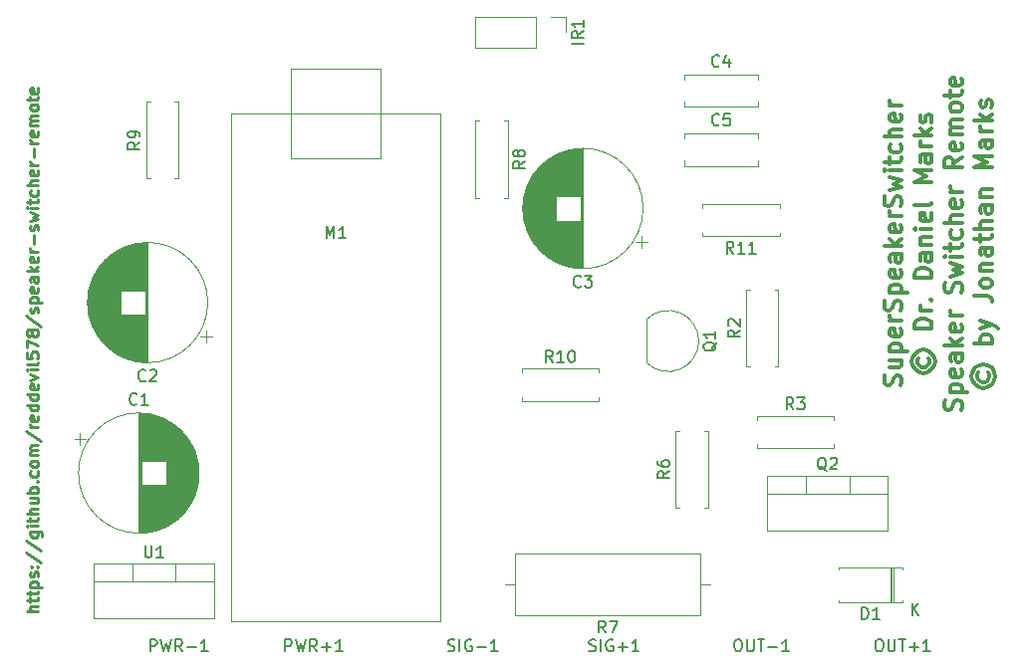
<source format=gto>
G04 #@! TF.GenerationSoftware,KiCad,Pcbnew,5.1.5+dfsg1-2build2*
G04 #@! TF.CreationDate,2021-02-01T08:48:30-06:00*
G04 #@! TF.ProjectId,speaker-switcher-remote,73706561-6b65-4722-9d73-776974636865,rev?*
G04 #@! TF.SameCoordinates,Original*
G04 #@! TF.FileFunction,Legend,Top*
G04 #@! TF.FilePolarity,Positive*
%FSLAX46Y46*%
G04 Gerber Fmt 4.6, Leading zero omitted, Abs format (unit mm)*
G04 Created by KiCad (PCBNEW 5.1.5+dfsg1-2build2) date 2021-02-01 08:48:30*
%MOMM*%
%LPD*%
G04 APERTURE LIST*
%ADD10C,0.250000*%
%ADD11C,0.300000*%
%ADD12C,0.120000*%
%ADD13C,0.150000*%
G04 APERTURE END LIST*
D10*
X106702380Y-120738095D02*
X105702380Y-120738095D01*
X106702380Y-120309523D02*
X106178571Y-120309523D01*
X106083333Y-120357142D01*
X106035714Y-120452380D01*
X106035714Y-120595238D01*
X106083333Y-120690476D01*
X106130952Y-120738095D01*
X106035714Y-119976190D02*
X106035714Y-119595238D01*
X105702380Y-119833333D02*
X106559523Y-119833333D01*
X106654761Y-119785714D01*
X106702380Y-119690476D01*
X106702380Y-119595238D01*
X106035714Y-119404761D02*
X106035714Y-119023809D01*
X105702380Y-119261904D02*
X106559523Y-119261904D01*
X106654761Y-119214285D01*
X106702380Y-119119047D01*
X106702380Y-119023809D01*
X106035714Y-118690476D02*
X107035714Y-118690476D01*
X106083333Y-118690476D02*
X106035714Y-118595238D01*
X106035714Y-118404761D01*
X106083333Y-118309523D01*
X106130952Y-118261904D01*
X106226190Y-118214285D01*
X106511904Y-118214285D01*
X106607142Y-118261904D01*
X106654761Y-118309523D01*
X106702380Y-118404761D01*
X106702380Y-118595238D01*
X106654761Y-118690476D01*
X106654761Y-117833333D02*
X106702380Y-117738095D01*
X106702380Y-117547619D01*
X106654761Y-117452380D01*
X106559523Y-117404761D01*
X106511904Y-117404761D01*
X106416666Y-117452380D01*
X106369047Y-117547619D01*
X106369047Y-117690476D01*
X106321428Y-117785714D01*
X106226190Y-117833333D01*
X106178571Y-117833333D01*
X106083333Y-117785714D01*
X106035714Y-117690476D01*
X106035714Y-117547619D01*
X106083333Y-117452380D01*
X106607142Y-116976190D02*
X106654761Y-116928571D01*
X106702380Y-116976190D01*
X106654761Y-117023809D01*
X106607142Y-116976190D01*
X106702380Y-116976190D01*
X106083333Y-116976190D02*
X106130952Y-116928571D01*
X106178571Y-116976190D01*
X106130952Y-117023809D01*
X106083333Y-116976190D01*
X106178571Y-116976190D01*
X105654761Y-115785714D02*
X106940476Y-116642857D01*
X105654761Y-114738095D02*
X106940476Y-115595238D01*
X106035714Y-113976190D02*
X106845238Y-113976190D01*
X106940476Y-114023809D01*
X106988095Y-114071428D01*
X107035714Y-114166666D01*
X107035714Y-114309523D01*
X106988095Y-114404761D01*
X106654761Y-113976190D02*
X106702380Y-114071428D01*
X106702380Y-114261904D01*
X106654761Y-114357142D01*
X106607142Y-114404761D01*
X106511904Y-114452380D01*
X106226190Y-114452380D01*
X106130952Y-114404761D01*
X106083333Y-114357142D01*
X106035714Y-114261904D01*
X106035714Y-114071428D01*
X106083333Y-113976190D01*
X106702380Y-113500000D02*
X106035714Y-113500000D01*
X105702380Y-113500000D02*
X105750000Y-113547619D01*
X105797619Y-113500000D01*
X105750000Y-113452380D01*
X105702380Y-113500000D01*
X105797619Y-113500000D01*
X106035714Y-113166666D02*
X106035714Y-112785714D01*
X105702380Y-113023809D02*
X106559523Y-113023809D01*
X106654761Y-112976190D01*
X106702380Y-112880952D01*
X106702380Y-112785714D01*
X106702380Y-112452380D02*
X105702380Y-112452380D01*
X106702380Y-112023809D02*
X106178571Y-112023809D01*
X106083333Y-112071428D01*
X106035714Y-112166666D01*
X106035714Y-112309523D01*
X106083333Y-112404761D01*
X106130952Y-112452380D01*
X106035714Y-111119047D02*
X106702380Y-111119047D01*
X106035714Y-111547619D02*
X106559523Y-111547619D01*
X106654761Y-111500000D01*
X106702380Y-111404761D01*
X106702380Y-111261904D01*
X106654761Y-111166666D01*
X106607142Y-111119047D01*
X106702380Y-110642857D02*
X105702380Y-110642857D01*
X106083333Y-110642857D02*
X106035714Y-110547619D01*
X106035714Y-110357142D01*
X106083333Y-110261904D01*
X106130952Y-110214285D01*
X106226190Y-110166666D01*
X106511904Y-110166666D01*
X106607142Y-110214285D01*
X106654761Y-110261904D01*
X106702380Y-110357142D01*
X106702380Y-110547619D01*
X106654761Y-110642857D01*
X106607142Y-109738095D02*
X106654761Y-109690476D01*
X106702380Y-109738095D01*
X106654761Y-109785714D01*
X106607142Y-109738095D01*
X106702380Y-109738095D01*
X106654761Y-108833333D02*
X106702380Y-108928571D01*
X106702380Y-109119047D01*
X106654761Y-109214285D01*
X106607142Y-109261904D01*
X106511904Y-109309523D01*
X106226190Y-109309523D01*
X106130952Y-109261904D01*
X106083333Y-109214285D01*
X106035714Y-109119047D01*
X106035714Y-108928571D01*
X106083333Y-108833333D01*
X106702380Y-108261904D02*
X106654761Y-108357142D01*
X106607142Y-108404761D01*
X106511904Y-108452380D01*
X106226190Y-108452380D01*
X106130952Y-108404761D01*
X106083333Y-108357142D01*
X106035714Y-108261904D01*
X106035714Y-108119047D01*
X106083333Y-108023809D01*
X106130952Y-107976190D01*
X106226190Y-107928571D01*
X106511904Y-107928571D01*
X106607142Y-107976190D01*
X106654761Y-108023809D01*
X106702380Y-108119047D01*
X106702380Y-108261904D01*
X106702380Y-107500000D02*
X106035714Y-107500000D01*
X106130952Y-107500000D02*
X106083333Y-107452380D01*
X106035714Y-107357142D01*
X106035714Y-107214285D01*
X106083333Y-107119047D01*
X106178571Y-107071428D01*
X106702380Y-107071428D01*
X106178571Y-107071428D02*
X106083333Y-107023809D01*
X106035714Y-106928571D01*
X106035714Y-106785714D01*
X106083333Y-106690476D01*
X106178571Y-106642857D01*
X106702380Y-106642857D01*
X105654761Y-105452380D02*
X106940476Y-106309523D01*
X106702380Y-105119047D02*
X106035714Y-105119047D01*
X106226190Y-105119047D02*
X106130952Y-105071428D01*
X106083333Y-105023809D01*
X106035714Y-104928571D01*
X106035714Y-104833333D01*
X106654761Y-104119047D02*
X106702380Y-104214285D01*
X106702380Y-104404761D01*
X106654761Y-104500000D01*
X106559523Y-104547619D01*
X106178571Y-104547619D01*
X106083333Y-104500000D01*
X106035714Y-104404761D01*
X106035714Y-104214285D01*
X106083333Y-104119047D01*
X106178571Y-104071428D01*
X106273809Y-104071428D01*
X106369047Y-104547619D01*
X106702380Y-103214285D02*
X105702380Y-103214285D01*
X106654761Y-103214285D02*
X106702380Y-103309523D01*
X106702380Y-103500000D01*
X106654761Y-103595238D01*
X106607142Y-103642857D01*
X106511904Y-103690476D01*
X106226190Y-103690476D01*
X106130952Y-103642857D01*
X106083333Y-103595238D01*
X106035714Y-103500000D01*
X106035714Y-103309523D01*
X106083333Y-103214285D01*
X106702380Y-102309523D02*
X105702380Y-102309523D01*
X106654761Y-102309523D02*
X106702380Y-102404761D01*
X106702380Y-102595238D01*
X106654761Y-102690476D01*
X106607142Y-102738095D01*
X106511904Y-102785714D01*
X106226190Y-102785714D01*
X106130952Y-102738095D01*
X106083333Y-102690476D01*
X106035714Y-102595238D01*
X106035714Y-102404761D01*
X106083333Y-102309523D01*
X106654761Y-101452380D02*
X106702380Y-101547619D01*
X106702380Y-101738095D01*
X106654761Y-101833333D01*
X106559523Y-101880952D01*
X106178571Y-101880952D01*
X106083333Y-101833333D01*
X106035714Y-101738095D01*
X106035714Y-101547619D01*
X106083333Y-101452380D01*
X106178571Y-101404761D01*
X106273809Y-101404761D01*
X106369047Y-101880952D01*
X106035714Y-101071428D02*
X106702380Y-100833333D01*
X106035714Y-100595238D01*
X106702380Y-100214285D02*
X106035714Y-100214285D01*
X105702380Y-100214285D02*
X105750000Y-100261904D01*
X105797619Y-100214285D01*
X105750000Y-100166666D01*
X105702380Y-100214285D01*
X105797619Y-100214285D01*
X106702380Y-99595238D02*
X106654761Y-99690476D01*
X106559523Y-99738095D01*
X105702380Y-99738095D01*
X105702380Y-98738095D02*
X105702380Y-99214285D01*
X106178571Y-99261904D01*
X106130952Y-99214285D01*
X106083333Y-99119047D01*
X106083333Y-98880952D01*
X106130952Y-98785714D01*
X106178571Y-98738095D01*
X106273809Y-98690476D01*
X106511904Y-98690476D01*
X106607142Y-98738095D01*
X106654761Y-98785714D01*
X106702380Y-98880952D01*
X106702380Y-99119047D01*
X106654761Y-99214285D01*
X106607142Y-99261904D01*
X105702380Y-98357142D02*
X105702380Y-97690476D01*
X106702380Y-98119047D01*
X106130952Y-97166666D02*
X106083333Y-97261904D01*
X106035714Y-97309523D01*
X105940476Y-97357142D01*
X105892857Y-97357142D01*
X105797619Y-97309523D01*
X105750000Y-97261904D01*
X105702380Y-97166666D01*
X105702380Y-96976190D01*
X105750000Y-96880952D01*
X105797619Y-96833333D01*
X105892857Y-96785714D01*
X105940476Y-96785714D01*
X106035714Y-96833333D01*
X106083333Y-96880952D01*
X106130952Y-96976190D01*
X106130952Y-97166666D01*
X106178571Y-97261904D01*
X106226190Y-97309523D01*
X106321428Y-97357142D01*
X106511904Y-97357142D01*
X106607142Y-97309523D01*
X106654761Y-97261904D01*
X106702380Y-97166666D01*
X106702380Y-96976190D01*
X106654761Y-96880952D01*
X106607142Y-96833333D01*
X106511904Y-96785714D01*
X106321428Y-96785714D01*
X106226190Y-96833333D01*
X106178571Y-96880952D01*
X106130952Y-96976190D01*
X105654761Y-95642857D02*
X106940476Y-96500000D01*
X106654761Y-95357142D02*
X106702380Y-95261904D01*
X106702380Y-95071428D01*
X106654761Y-94976190D01*
X106559523Y-94928571D01*
X106511904Y-94928571D01*
X106416666Y-94976190D01*
X106369047Y-95071428D01*
X106369047Y-95214285D01*
X106321428Y-95309523D01*
X106226190Y-95357142D01*
X106178571Y-95357142D01*
X106083333Y-95309523D01*
X106035714Y-95214285D01*
X106035714Y-95071428D01*
X106083333Y-94976190D01*
X106035714Y-94500000D02*
X107035714Y-94500000D01*
X106083333Y-94500000D02*
X106035714Y-94404761D01*
X106035714Y-94214285D01*
X106083333Y-94119047D01*
X106130952Y-94071428D01*
X106226190Y-94023809D01*
X106511904Y-94023809D01*
X106607142Y-94071428D01*
X106654761Y-94119047D01*
X106702380Y-94214285D01*
X106702380Y-94404761D01*
X106654761Y-94500000D01*
X106654761Y-93214285D02*
X106702380Y-93309523D01*
X106702380Y-93500000D01*
X106654761Y-93595238D01*
X106559523Y-93642857D01*
X106178571Y-93642857D01*
X106083333Y-93595238D01*
X106035714Y-93500000D01*
X106035714Y-93309523D01*
X106083333Y-93214285D01*
X106178571Y-93166666D01*
X106273809Y-93166666D01*
X106369047Y-93642857D01*
X106702380Y-92309523D02*
X106178571Y-92309523D01*
X106083333Y-92357142D01*
X106035714Y-92452380D01*
X106035714Y-92642857D01*
X106083333Y-92738095D01*
X106654761Y-92309523D02*
X106702380Y-92404761D01*
X106702380Y-92642857D01*
X106654761Y-92738095D01*
X106559523Y-92785714D01*
X106464285Y-92785714D01*
X106369047Y-92738095D01*
X106321428Y-92642857D01*
X106321428Y-92404761D01*
X106273809Y-92309523D01*
X106702380Y-91833333D02*
X105702380Y-91833333D01*
X106321428Y-91738095D02*
X106702380Y-91452380D01*
X106035714Y-91452380D02*
X106416666Y-91833333D01*
X106654761Y-90642857D02*
X106702380Y-90738095D01*
X106702380Y-90928571D01*
X106654761Y-91023809D01*
X106559523Y-91071428D01*
X106178571Y-91071428D01*
X106083333Y-91023809D01*
X106035714Y-90928571D01*
X106035714Y-90738095D01*
X106083333Y-90642857D01*
X106178571Y-90595238D01*
X106273809Y-90595238D01*
X106369047Y-91071428D01*
X106702380Y-90166666D02*
X106035714Y-90166666D01*
X106226190Y-90166666D02*
X106130952Y-90119047D01*
X106083333Y-90071428D01*
X106035714Y-89976190D01*
X106035714Y-89880952D01*
X106321428Y-89547619D02*
X106321428Y-88785714D01*
X106654761Y-88357142D02*
X106702380Y-88261904D01*
X106702380Y-88071428D01*
X106654761Y-87976190D01*
X106559523Y-87928571D01*
X106511904Y-87928571D01*
X106416666Y-87976190D01*
X106369047Y-88071428D01*
X106369047Y-88214285D01*
X106321428Y-88309523D01*
X106226190Y-88357142D01*
X106178571Y-88357142D01*
X106083333Y-88309523D01*
X106035714Y-88214285D01*
X106035714Y-88071428D01*
X106083333Y-87976190D01*
X106035714Y-87595238D02*
X106702380Y-87404761D01*
X106226190Y-87214285D01*
X106702380Y-87023809D01*
X106035714Y-86833333D01*
X106702380Y-86452380D02*
X106035714Y-86452380D01*
X105702380Y-86452380D02*
X105750000Y-86500000D01*
X105797619Y-86452380D01*
X105750000Y-86404761D01*
X105702380Y-86452380D01*
X105797619Y-86452380D01*
X106035714Y-86119047D02*
X106035714Y-85738095D01*
X105702380Y-85976190D02*
X106559523Y-85976190D01*
X106654761Y-85928571D01*
X106702380Y-85833333D01*
X106702380Y-85738095D01*
X106654761Y-84976190D02*
X106702380Y-85071428D01*
X106702380Y-85261904D01*
X106654761Y-85357142D01*
X106607142Y-85404761D01*
X106511904Y-85452380D01*
X106226190Y-85452380D01*
X106130952Y-85404761D01*
X106083333Y-85357142D01*
X106035714Y-85261904D01*
X106035714Y-85071428D01*
X106083333Y-84976190D01*
X106702380Y-84547619D02*
X105702380Y-84547619D01*
X106702380Y-84119047D02*
X106178571Y-84119047D01*
X106083333Y-84166666D01*
X106035714Y-84261904D01*
X106035714Y-84404761D01*
X106083333Y-84500000D01*
X106130952Y-84547619D01*
X106654761Y-83261904D02*
X106702380Y-83357142D01*
X106702380Y-83547619D01*
X106654761Y-83642857D01*
X106559523Y-83690476D01*
X106178571Y-83690476D01*
X106083333Y-83642857D01*
X106035714Y-83547619D01*
X106035714Y-83357142D01*
X106083333Y-83261904D01*
X106178571Y-83214285D01*
X106273809Y-83214285D01*
X106369047Y-83690476D01*
X106702380Y-82785714D02*
X106035714Y-82785714D01*
X106226190Y-82785714D02*
X106130952Y-82738095D01*
X106083333Y-82690476D01*
X106035714Y-82595238D01*
X106035714Y-82500000D01*
X106321428Y-82166666D02*
X106321428Y-81404761D01*
X106702380Y-80928571D02*
X106035714Y-80928571D01*
X106226190Y-80928571D02*
X106130952Y-80880952D01*
X106083333Y-80833333D01*
X106035714Y-80738095D01*
X106035714Y-80642857D01*
X106654761Y-79928571D02*
X106702380Y-80023809D01*
X106702380Y-80214285D01*
X106654761Y-80309523D01*
X106559523Y-80357142D01*
X106178571Y-80357142D01*
X106083333Y-80309523D01*
X106035714Y-80214285D01*
X106035714Y-80023809D01*
X106083333Y-79928571D01*
X106178571Y-79880952D01*
X106273809Y-79880952D01*
X106369047Y-80357142D01*
X106702380Y-79452380D02*
X106035714Y-79452380D01*
X106130952Y-79452380D02*
X106083333Y-79404761D01*
X106035714Y-79309523D01*
X106035714Y-79166666D01*
X106083333Y-79071428D01*
X106178571Y-79023809D01*
X106702380Y-79023809D01*
X106178571Y-79023809D02*
X106083333Y-78976190D01*
X106035714Y-78880952D01*
X106035714Y-78738095D01*
X106083333Y-78642857D01*
X106178571Y-78595238D01*
X106702380Y-78595238D01*
X106702380Y-77976190D02*
X106654761Y-78071428D01*
X106607142Y-78119047D01*
X106511904Y-78166666D01*
X106226190Y-78166666D01*
X106130952Y-78119047D01*
X106083333Y-78071428D01*
X106035714Y-77976190D01*
X106035714Y-77833333D01*
X106083333Y-77738095D01*
X106130952Y-77690476D01*
X106226190Y-77642857D01*
X106511904Y-77642857D01*
X106607142Y-77690476D01*
X106654761Y-77738095D01*
X106702380Y-77833333D01*
X106702380Y-77976190D01*
X106035714Y-77357142D02*
X106035714Y-76976190D01*
X105702380Y-77214285D02*
X106559523Y-77214285D01*
X106654761Y-77166666D01*
X106702380Y-77071428D01*
X106702380Y-76976190D01*
X106654761Y-76261904D02*
X106702380Y-76357142D01*
X106702380Y-76547619D01*
X106654761Y-76642857D01*
X106559523Y-76690476D01*
X106178571Y-76690476D01*
X106083333Y-76642857D01*
X106035714Y-76547619D01*
X106035714Y-76357142D01*
X106083333Y-76261904D01*
X106178571Y-76214285D01*
X106273809Y-76214285D01*
X106369047Y-76690476D01*
D11*
X180032142Y-101535714D02*
X180103571Y-101321428D01*
X180103571Y-100964285D01*
X180032142Y-100821428D01*
X179960714Y-100750000D01*
X179817857Y-100678571D01*
X179675000Y-100678571D01*
X179532142Y-100750000D01*
X179460714Y-100821428D01*
X179389285Y-100964285D01*
X179317857Y-101250000D01*
X179246428Y-101392857D01*
X179175000Y-101464285D01*
X179032142Y-101535714D01*
X178889285Y-101535714D01*
X178746428Y-101464285D01*
X178675000Y-101392857D01*
X178603571Y-101250000D01*
X178603571Y-100892857D01*
X178675000Y-100678571D01*
X179103571Y-99392857D02*
X180103571Y-99392857D01*
X179103571Y-100035714D02*
X179889285Y-100035714D01*
X180032142Y-99964285D01*
X180103571Y-99821428D01*
X180103571Y-99607142D01*
X180032142Y-99464285D01*
X179960714Y-99392857D01*
X179103571Y-98678571D02*
X180603571Y-98678571D01*
X179175000Y-98678571D02*
X179103571Y-98535714D01*
X179103571Y-98250000D01*
X179175000Y-98107142D01*
X179246428Y-98035714D01*
X179389285Y-97964285D01*
X179817857Y-97964285D01*
X179960714Y-98035714D01*
X180032142Y-98107142D01*
X180103571Y-98250000D01*
X180103571Y-98535714D01*
X180032142Y-98678571D01*
X180032142Y-96750000D02*
X180103571Y-96892857D01*
X180103571Y-97178571D01*
X180032142Y-97321428D01*
X179889285Y-97392857D01*
X179317857Y-97392857D01*
X179175000Y-97321428D01*
X179103571Y-97178571D01*
X179103571Y-96892857D01*
X179175000Y-96750000D01*
X179317857Y-96678571D01*
X179460714Y-96678571D01*
X179603571Y-97392857D01*
X180103571Y-96035714D02*
X179103571Y-96035714D01*
X179389285Y-96035714D02*
X179246428Y-95964285D01*
X179175000Y-95892857D01*
X179103571Y-95750000D01*
X179103571Y-95607142D01*
X180032142Y-95178571D02*
X180103571Y-94964285D01*
X180103571Y-94607142D01*
X180032142Y-94464285D01*
X179960714Y-94392857D01*
X179817857Y-94321428D01*
X179675000Y-94321428D01*
X179532142Y-94392857D01*
X179460714Y-94464285D01*
X179389285Y-94607142D01*
X179317857Y-94892857D01*
X179246428Y-95035714D01*
X179175000Y-95107142D01*
X179032142Y-95178571D01*
X178889285Y-95178571D01*
X178746428Y-95107142D01*
X178675000Y-95035714D01*
X178603571Y-94892857D01*
X178603571Y-94535714D01*
X178675000Y-94321428D01*
X179103571Y-93678571D02*
X180603571Y-93678571D01*
X179175000Y-93678571D02*
X179103571Y-93535714D01*
X179103571Y-93250000D01*
X179175000Y-93107142D01*
X179246428Y-93035714D01*
X179389285Y-92964285D01*
X179817857Y-92964285D01*
X179960714Y-93035714D01*
X180032142Y-93107142D01*
X180103571Y-93250000D01*
X180103571Y-93535714D01*
X180032142Y-93678571D01*
X180032142Y-91750000D02*
X180103571Y-91892857D01*
X180103571Y-92178571D01*
X180032142Y-92321428D01*
X179889285Y-92392857D01*
X179317857Y-92392857D01*
X179175000Y-92321428D01*
X179103571Y-92178571D01*
X179103571Y-91892857D01*
X179175000Y-91750000D01*
X179317857Y-91678571D01*
X179460714Y-91678571D01*
X179603571Y-92392857D01*
X180103571Y-90392857D02*
X179317857Y-90392857D01*
X179175000Y-90464285D01*
X179103571Y-90607142D01*
X179103571Y-90892857D01*
X179175000Y-91035714D01*
X180032142Y-90392857D02*
X180103571Y-90535714D01*
X180103571Y-90892857D01*
X180032142Y-91035714D01*
X179889285Y-91107142D01*
X179746428Y-91107142D01*
X179603571Y-91035714D01*
X179532142Y-90892857D01*
X179532142Y-90535714D01*
X179460714Y-90392857D01*
X180103571Y-89678571D02*
X178603571Y-89678571D01*
X179532142Y-89535714D02*
X180103571Y-89107142D01*
X179103571Y-89107142D02*
X179675000Y-89678571D01*
X180032142Y-87892857D02*
X180103571Y-88035714D01*
X180103571Y-88321428D01*
X180032142Y-88464285D01*
X179889285Y-88535714D01*
X179317857Y-88535714D01*
X179175000Y-88464285D01*
X179103571Y-88321428D01*
X179103571Y-88035714D01*
X179175000Y-87892857D01*
X179317857Y-87821428D01*
X179460714Y-87821428D01*
X179603571Y-88535714D01*
X180103571Y-87178571D02*
X179103571Y-87178571D01*
X179389285Y-87178571D02*
X179246428Y-87107142D01*
X179175000Y-87035714D01*
X179103571Y-86892857D01*
X179103571Y-86750000D01*
X180032142Y-86321428D02*
X180103571Y-86107142D01*
X180103571Y-85750000D01*
X180032142Y-85607142D01*
X179960714Y-85535714D01*
X179817857Y-85464285D01*
X179675000Y-85464285D01*
X179532142Y-85535714D01*
X179460714Y-85607142D01*
X179389285Y-85750000D01*
X179317857Y-86035714D01*
X179246428Y-86178571D01*
X179175000Y-86250000D01*
X179032142Y-86321428D01*
X178889285Y-86321428D01*
X178746428Y-86250000D01*
X178675000Y-86178571D01*
X178603571Y-86035714D01*
X178603571Y-85678571D01*
X178675000Y-85464285D01*
X179103571Y-84964285D02*
X180103571Y-84678571D01*
X179389285Y-84392857D01*
X180103571Y-84107142D01*
X179103571Y-83821428D01*
X180103571Y-83250000D02*
X179103571Y-83250000D01*
X178603571Y-83250000D02*
X178675000Y-83321428D01*
X178746428Y-83250000D01*
X178675000Y-83178571D01*
X178603571Y-83250000D01*
X178746428Y-83250000D01*
X179103571Y-82750000D02*
X179103571Y-82178571D01*
X178603571Y-82535714D02*
X179889285Y-82535714D01*
X180032142Y-82464285D01*
X180103571Y-82321428D01*
X180103571Y-82178571D01*
X180032142Y-81035714D02*
X180103571Y-81178571D01*
X180103571Y-81464285D01*
X180032142Y-81607142D01*
X179960714Y-81678571D01*
X179817857Y-81750000D01*
X179389285Y-81750000D01*
X179246428Y-81678571D01*
X179175000Y-81607142D01*
X179103571Y-81464285D01*
X179103571Y-81178571D01*
X179175000Y-81035714D01*
X180103571Y-80392857D02*
X178603571Y-80392857D01*
X180103571Y-79750000D02*
X179317857Y-79750000D01*
X179175000Y-79821428D01*
X179103571Y-79964285D01*
X179103571Y-80178571D01*
X179175000Y-80321428D01*
X179246428Y-80392857D01*
X180032142Y-78464285D02*
X180103571Y-78607142D01*
X180103571Y-78892857D01*
X180032142Y-79035714D01*
X179889285Y-79107142D01*
X179317857Y-79107142D01*
X179175000Y-79035714D01*
X179103571Y-78892857D01*
X179103571Y-78607142D01*
X179175000Y-78464285D01*
X179317857Y-78392857D01*
X179460714Y-78392857D01*
X179603571Y-79107142D01*
X180103571Y-77750000D02*
X179103571Y-77750000D01*
X179389285Y-77750000D02*
X179246428Y-77678571D01*
X179175000Y-77607142D01*
X179103571Y-77464285D01*
X179103571Y-77321428D01*
X181510714Y-99214285D02*
X181439285Y-99357142D01*
X181439285Y-99642857D01*
X181510714Y-99785714D01*
X181653571Y-99928571D01*
X181796428Y-100000000D01*
X182082142Y-100000000D01*
X182225000Y-99928571D01*
X182367857Y-99785714D01*
X182439285Y-99642857D01*
X182439285Y-99357142D01*
X182367857Y-99214285D01*
X180939285Y-99500000D02*
X181010714Y-99857142D01*
X181225000Y-100214285D01*
X181582142Y-100428571D01*
X181939285Y-100500000D01*
X182296428Y-100428571D01*
X182653571Y-100214285D01*
X182867857Y-99857142D01*
X182939285Y-99500000D01*
X182867857Y-99142857D01*
X182653571Y-98785714D01*
X182296428Y-98571428D01*
X181939285Y-98500000D01*
X181582142Y-98571428D01*
X181225000Y-98785714D01*
X181010714Y-99142857D01*
X180939285Y-99500000D01*
X182653571Y-96714285D02*
X181153571Y-96714285D01*
X181153571Y-96357142D01*
X181225000Y-96142857D01*
X181367857Y-96000000D01*
X181510714Y-95928571D01*
X181796428Y-95857142D01*
X182010714Y-95857142D01*
X182296428Y-95928571D01*
X182439285Y-96000000D01*
X182582142Y-96142857D01*
X182653571Y-96357142D01*
X182653571Y-96714285D01*
X182653571Y-95214285D02*
X181653571Y-95214285D01*
X181939285Y-95214285D02*
X181796428Y-95142857D01*
X181725000Y-95071428D01*
X181653571Y-94928571D01*
X181653571Y-94785714D01*
X182510714Y-94285714D02*
X182582142Y-94214285D01*
X182653571Y-94285714D01*
X182582142Y-94357142D01*
X182510714Y-94285714D01*
X182653571Y-94285714D01*
X182653571Y-92428571D02*
X181153571Y-92428571D01*
X181153571Y-92071428D01*
X181225000Y-91857142D01*
X181367857Y-91714285D01*
X181510714Y-91642857D01*
X181796428Y-91571428D01*
X182010714Y-91571428D01*
X182296428Y-91642857D01*
X182439285Y-91714285D01*
X182582142Y-91857142D01*
X182653571Y-92071428D01*
X182653571Y-92428571D01*
X182653571Y-90285714D02*
X181867857Y-90285714D01*
X181725000Y-90357142D01*
X181653571Y-90500000D01*
X181653571Y-90785714D01*
X181725000Y-90928571D01*
X182582142Y-90285714D02*
X182653571Y-90428571D01*
X182653571Y-90785714D01*
X182582142Y-90928571D01*
X182439285Y-91000000D01*
X182296428Y-91000000D01*
X182153571Y-90928571D01*
X182082142Y-90785714D01*
X182082142Y-90428571D01*
X182010714Y-90285714D01*
X181653571Y-89571428D02*
X182653571Y-89571428D01*
X181796428Y-89571428D02*
X181725000Y-89500000D01*
X181653571Y-89357142D01*
X181653571Y-89142857D01*
X181725000Y-89000000D01*
X181867857Y-88928571D01*
X182653571Y-88928571D01*
X182653571Y-88214285D02*
X181653571Y-88214285D01*
X181153571Y-88214285D02*
X181225000Y-88285714D01*
X181296428Y-88214285D01*
X181225000Y-88142857D01*
X181153571Y-88214285D01*
X181296428Y-88214285D01*
X182582142Y-86928571D02*
X182653571Y-87071428D01*
X182653571Y-87357142D01*
X182582142Y-87500000D01*
X182439285Y-87571428D01*
X181867857Y-87571428D01*
X181725000Y-87500000D01*
X181653571Y-87357142D01*
X181653571Y-87071428D01*
X181725000Y-86928571D01*
X181867857Y-86857142D01*
X182010714Y-86857142D01*
X182153571Y-87571428D01*
X182653571Y-86000000D02*
X182582142Y-86142857D01*
X182439285Y-86214285D01*
X181153571Y-86214285D01*
X182653571Y-84285714D02*
X181153571Y-84285714D01*
X182225000Y-83785714D01*
X181153571Y-83285714D01*
X182653571Y-83285714D01*
X182653571Y-81928571D02*
X181867857Y-81928571D01*
X181725000Y-82000000D01*
X181653571Y-82142857D01*
X181653571Y-82428571D01*
X181725000Y-82571428D01*
X182582142Y-81928571D02*
X182653571Y-82071428D01*
X182653571Y-82428571D01*
X182582142Y-82571428D01*
X182439285Y-82642857D01*
X182296428Y-82642857D01*
X182153571Y-82571428D01*
X182082142Y-82428571D01*
X182082142Y-82071428D01*
X182010714Y-81928571D01*
X182653571Y-81214285D02*
X181653571Y-81214285D01*
X181939285Y-81214285D02*
X181796428Y-81142857D01*
X181725000Y-81071428D01*
X181653571Y-80928571D01*
X181653571Y-80785714D01*
X182653571Y-80285714D02*
X181153571Y-80285714D01*
X182082142Y-80142857D02*
X182653571Y-79714285D01*
X181653571Y-79714285D02*
X182225000Y-80285714D01*
X182582142Y-79142857D02*
X182653571Y-79000000D01*
X182653571Y-78714285D01*
X182582142Y-78571428D01*
X182439285Y-78500000D01*
X182367857Y-78500000D01*
X182225000Y-78571428D01*
X182153571Y-78714285D01*
X182153571Y-78928571D01*
X182082142Y-79071428D01*
X181939285Y-79142857D01*
X181867857Y-79142857D01*
X181725000Y-79071428D01*
X181653571Y-78928571D01*
X181653571Y-78714285D01*
X181725000Y-78571428D01*
X185132142Y-103642857D02*
X185203571Y-103428571D01*
X185203571Y-103071428D01*
X185132142Y-102928571D01*
X185060714Y-102857142D01*
X184917857Y-102785714D01*
X184775000Y-102785714D01*
X184632142Y-102857142D01*
X184560714Y-102928571D01*
X184489285Y-103071428D01*
X184417857Y-103357142D01*
X184346428Y-103500000D01*
X184275000Y-103571428D01*
X184132142Y-103642857D01*
X183989285Y-103642857D01*
X183846428Y-103571428D01*
X183775000Y-103500000D01*
X183703571Y-103357142D01*
X183703571Y-103000000D01*
X183775000Y-102785714D01*
X184203571Y-102142857D02*
X185703571Y-102142857D01*
X184275000Y-102142857D02*
X184203571Y-102000000D01*
X184203571Y-101714285D01*
X184275000Y-101571428D01*
X184346428Y-101500000D01*
X184489285Y-101428571D01*
X184917857Y-101428571D01*
X185060714Y-101500000D01*
X185132142Y-101571428D01*
X185203571Y-101714285D01*
X185203571Y-102000000D01*
X185132142Y-102142857D01*
X185132142Y-100214285D02*
X185203571Y-100357142D01*
X185203571Y-100642857D01*
X185132142Y-100785714D01*
X184989285Y-100857142D01*
X184417857Y-100857142D01*
X184275000Y-100785714D01*
X184203571Y-100642857D01*
X184203571Y-100357142D01*
X184275000Y-100214285D01*
X184417857Y-100142857D01*
X184560714Y-100142857D01*
X184703571Y-100857142D01*
X185203571Y-98857142D02*
X184417857Y-98857142D01*
X184275000Y-98928571D01*
X184203571Y-99071428D01*
X184203571Y-99357142D01*
X184275000Y-99500000D01*
X185132142Y-98857142D02*
X185203571Y-99000000D01*
X185203571Y-99357142D01*
X185132142Y-99500000D01*
X184989285Y-99571428D01*
X184846428Y-99571428D01*
X184703571Y-99500000D01*
X184632142Y-99357142D01*
X184632142Y-99000000D01*
X184560714Y-98857142D01*
X185203571Y-98142857D02*
X183703571Y-98142857D01*
X184632142Y-98000000D02*
X185203571Y-97571428D01*
X184203571Y-97571428D02*
X184775000Y-98142857D01*
X185132142Y-96357142D02*
X185203571Y-96500000D01*
X185203571Y-96785714D01*
X185132142Y-96928571D01*
X184989285Y-97000000D01*
X184417857Y-97000000D01*
X184275000Y-96928571D01*
X184203571Y-96785714D01*
X184203571Y-96500000D01*
X184275000Y-96357142D01*
X184417857Y-96285714D01*
X184560714Y-96285714D01*
X184703571Y-97000000D01*
X185203571Y-95642857D02*
X184203571Y-95642857D01*
X184489285Y-95642857D02*
X184346428Y-95571428D01*
X184275000Y-95500000D01*
X184203571Y-95357142D01*
X184203571Y-95214285D01*
X185132142Y-93642857D02*
X185203571Y-93428571D01*
X185203571Y-93071428D01*
X185132142Y-92928571D01*
X185060714Y-92857142D01*
X184917857Y-92785714D01*
X184775000Y-92785714D01*
X184632142Y-92857142D01*
X184560714Y-92928571D01*
X184489285Y-93071428D01*
X184417857Y-93357142D01*
X184346428Y-93500000D01*
X184275000Y-93571428D01*
X184132142Y-93642857D01*
X183989285Y-93642857D01*
X183846428Y-93571428D01*
X183775000Y-93500000D01*
X183703571Y-93357142D01*
X183703571Y-93000000D01*
X183775000Y-92785714D01*
X184203571Y-92285714D02*
X185203571Y-92000000D01*
X184489285Y-91714285D01*
X185203571Y-91428571D01*
X184203571Y-91142857D01*
X185203571Y-90571428D02*
X184203571Y-90571428D01*
X183703571Y-90571428D02*
X183775000Y-90642857D01*
X183846428Y-90571428D01*
X183775000Y-90500000D01*
X183703571Y-90571428D01*
X183846428Y-90571428D01*
X184203571Y-90071428D02*
X184203571Y-89500000D01*
X183703571Y-89857142D02*
X184989285Y-89857142D01*
X185132142Y-89785714D01*
X185203571Y-89642857D01*
X185203571Y-89500000D01*
X185132142Y-88357142D02*
X185203571Y-88500000D01*
X185203571Y-88785714D01*
X185132142Y-88928571D01*
X185060714Y-89000000D01*
X184917857Y-89071428D01*
X184489285Y-89071428D01*
X184346428Y-89000000D01*
X184275000Y-88928571D01*
X184203571Y-88785714D01*
X184203571Y-88500000D01*
X184275000Y-88357142D01*
X185203571Y-87714285D02*
X183703571Y-87714285D01*
X185203571Y-87071428D02*
X184417857Y-87071428D01*
X184275000Y-87142857D01*
X184203571Y-87285714D01*
X184203571Y-87500000D01*
X184275000Y-87642857D01*
X184346428Y-87714285D01*
X185132142Y-85785714D02*
X185203571Y-85928571D01*
X185203571Y-86214285D01*
X185132142Y-86357142D01*
X184989285Y-86428571D01*
X184417857Y-86428571D01*
X184275000Y-86357142D01*
X184203571Y-86214285D01*
X184203571Y-85928571D01*
X184275000Y-85785714D01*
X184417857Y-85714285D01*
X184560714Y-85714285D01*
X184703571Y-86428571D01*
X185203571Y-85071428D02*
X184203571Y-85071428D01*
X184489285Y-85071428D02*
X184346428Y-85000000D01*
X184275000Y-84928571D01*
X184203571Y-84785714D01*
X184203571Y-84642857D01*
X185203571Y-82142857D02*
X184489285Y-82642857D01*
X185203571Y-83000000D02*
X183703571Y-83000000D01*
X183703571Y-82428571D01*
X183775000Y-82285714D01*
X183846428Y-82214285D01*
X183989285Y-82142857D01*
X184203571Y-82142857D01*
X184346428Y-82214285D01*
X184417857Y-82285714D01*
X184489285Y-82428571D01*
X184489285Y-83000000D01*
X185132142Y-80928571D02*
X185203571Y-81071428D01*
X185203571Y-81357142D01*
X185132142Y-81500000D01*
X184989285Y-81571428D01*
X184417857Y-81571428D01*
X184275000Y-81500000D01*
X184203571Y-81357142D01*
X184203571Y-81071428D01*
X184275000Y-80928571D01*
X184417857Y-80857142D01*
X184560714Y-80857142D01*
X184703571Y-81571428D01*
X185203571Y-80214285D02*
X184203571Y-80214285D01*
X184346428Y-80214285D02*
X184275000Y-80142857D01*
X184203571Y-80000000D01*
X184203571Y-79785714D01*
X184275000Y-79642857D01*
X184417857Y-79571428D01*
X185203571Y-79571428D01*
X184417857Y-79571428D02*
X184275000Y-79500000D01*
X184203571Y-79357142D01*
X184203571Y-79142857D01*
X184275000Y-79000000D01*
X184417857Y-78928571D01*
X185203571Y-78928571D01*
X185203571Y-78000000D02*
X185132142Y-78142857D01*
X185060714Y-78214285D01*
X184917857Y-78285714D01*
X184489285Y-78285714D01*
X184346428Y-78214285D01*
X184275000Y-78142857D01*
X184203571Y-78000000D01*
X184203571Y-77785714D01*
X184275000Y-77642857D01*
X184346428Y-77571428D01*
X184489285Y-77500000D01*
X184917857Y-77500000D01*
X185060714Y-77571428D01*
X185132142Y-77642857D01*
X185203571Y-77785714D01*
X185203571Y-78000000D01*
X184203571Y-77071428D02*
X184203571Y-76500000D01*
X183703571Y-76857142D02*
X184989285Y-76857142D01*
X185132142Y-76785714D01*
X185203571Y-76642857D01*
X185203571Y-76500000D01*
X185132142Y-75428571D02*
X185203571Y-75571428D01*
X185203571Y-75857142D01*
X185132142Y-76000000D01*
X184989285Y-76071428D01*
X184417857Y-76071428D01*
X184275000Y-76000000D01*
X184203571Y-75857142D01*
X184203571Y-75571428D01*
X184275000Y-75428571D01*
X184417857Y-75357142D01*
X184560714Y-75357142D01*
X184703571Y-76071428D01*
X186610714Y-100464285D02*
X186539285Y-100607142D01*
X186539285Y-100892857D01*
X186610714Y-101035714D01*
X186753571Y-101178571D01*
X186896428Y-101250000D01*
X187182142Y-101250000D01*
X187325000Y-101178571D01*
X187467857Y-101035714D01*
X187539285Y-100892857D01*
X187539285Y-100607142D01*
X187467857Y-100464285D01*
X186039285Y-100750000D02*
X186110714Y-101107142D01*
X186325000Y-101464285D01*
X186682142Y-101678571D01*
X187039285Y-101750000D01*
X187396428Y-101678571D01*
X187753571Y-101464285D01*
X187967857Y-101107142D01*
X188039285Y-100750000D01*
X187967857Y-100392857D01*
X187753571Y-100035714D01*
X187396428Y-99821428D01*
X187039285Y-99750000D01*
X186682142Y-99821428D01*
X186325000Y-100035714D01*
X186110714Y-100392857D01*
X186039285Y-100750000D01*
X187753571Y-97964285D02*
X186253571Y-97964285D01*
X186825000Y-97964285D02*
X186753571Y-97821428D01*
X186753571Y-97535714D01*
X186825000Y-97392857D01*
X186896428Y-97321428D01*
X187039285Y-97250000D01*
X187467857Y-97250000D01*
X187610714Y-97321428D01*
X187682142Y-97392857D01*
X187753571Y-97535714D01*
X187753571Y-97821428D01*
X187682142Y-97964285D01*
X186753571Y-96750000D02*
X187753571Y-96392857D01*
X186753571Y-96035714D02*
X187753571Y-96392857D01*
X188110714Y-96535714D01*
X188182142Y-96607142D01*
X188253571Y-96750000D01*
X186253571Y-93892857D02*
X187325000Y-93892857D01*
X187539285Y-93964285D01*
X187682142Y-94107142D01*
X187753571Y-94321428D01*
X187753571Y-94464285D01*
X187753571Y-92964285D02*
X187682142Y-93107142D01*
X187610714Y-93178571D01*
X187467857Y-93250000D01*
X187039285Y-93250000D01*
X186896428Y-93178571D01*
X186825000Y-93107142D01*
X186753571Y-92964285D01*
X186753571Y-92750000D01*
X186825000Y-92607142D01*
X186896428Y-92535714D01*
X187039285Y-92464285D01*
X187467857Y-92464285D01*
X187610714Y-92535714D01*
X187682142Y-92607142D01*
X187753571Y-92750000D01*
X187753571Y-92964285D01*
X186753571Y-91821428D02*
X187753571Y-91821428D01*
X186896428Y-91821428D02*
X186825000Y-91750000D01*
X186753571Y-91607142D01*
X186753571Y-91392857D01*
X186825000Y-91250000D01*
X186967857Y-91178571D01*
X187753571Y-91178571D01*
X187753571Y-89821428D02*
X186967857Y-89821428D01*
X186825000Y-89892857D01*
X186753571Y-90035714D01*
X186753571Y-90321428D01*
X186825000Y-90464285D01*
X187682142Y-89821428D02*
X187753571Y-89964285D01*
X187753571Y-90321428D01*
X187682142Y-90464285D01*
X187539285Y-90535714D01*
X187396428Y-90535714D01*
X187253571Y-90464285D01*
X187182142Y-90321428D01*
X187182142Y-89964285D01*
X187110714Y-89821428D01*
X186753571Y-89321428D02*
X186753571Y-88750000D01*
X186253571Y-89107142D02*
X187539285Y-89107142D01*
X187682142Y-89035714D01*
X187753571Y-88892857D01*
X187753571Y-88750000D01*
X187753571Y-88250000D02*
X186253571Y-88250000D01*
X187753571Y-87607142D02*
X186967857Y-87607142D01*
X186825000Y-87678571D01*
X186753571Y-87821428D01*
X186753571Y-88035714D01*
X186825000Y-88178571D01*
X186896428Y-88250000D01*
X187753571Y-86250000D02*
X186967857Y-86250000D01*
X186825000Y-86321428D01*
X186753571Y-86464285D01*
X186753571Y-86750000D01*
X186825000Y-86892857D01*
X187682142Y-86250000D02*
X187753571Y-86392857D01*
X187753571Y-86750000D01*
X187682142Y-86892857D01*
X187539285Y-86964285D01*
X187396428Y-86964285D01*
X187253571Y-86892857D01*
X187182142Y-86750000D01*
X187182142Y-86392857D01*
X187110714Y-86250000D01*
X186753571Y-85535714D02*
X187753571Y-85535714D01*
X186896428Y-85535714D02*
X186825000Y-85464285D01*
X186753571Y-85321428D01*
X186753571Y-85107142D01*
X186825000Y-84964285D01*
X186967857Y-84892857D01*
X187753571Y-84892857D01*
X187753571Y-83035714D02*
X186253571Y-83035714D01*
X187325000Y-82535714D01*
X186253571Y-82035714D01*
X187753571Y-82035714D01*
X187753571Y-80678571D02*
X186967857Y-80678571D01*
X186825000Y-80750000D01*
X186753571Y-80892857D01*
X186753571Y-81178571D01*
X186825000Y-81321428D01*
X187682142Y-80678571D02*
X187753571Y-80821428D01*
X187753571Y-81178571D01*
X187682142Y-81321428D01*
X187539285Y-81392857D01*
X187396428Y-81392857D01*
X187253571Y-81321428D01*
X187182142Y-81178571D01*
X187182142Y-80821428D01*
X187110714Y-80678571D01*
X187753571Y-79964285D02*
X186753571Y-79964285D01*
X187039285Y-79964285D02*
X186896428Y-79892857D01*
X186825000Y-79821428D01*
X186753571Y-79678571D01*
X186753571Y-79535714D01*
X187753571Y-79035714D02*
X186253571Y-79035714D01*
X187182142Y-78892857D02*
X187753571Y-78464285D01*
X186753571Y-78464285D02*
X187325000Y-79035714D01*
X187682142Y-77892857D02*
X187753571Y-77750000D01*
X187753571Y-77464285D01*
X187682142Y-77321428D01*
X187539285Y-77250000D01*
X187467857Y-77250000D01*
X187325000Y-77321428D01*
X187253571Y-77464285D01*
X187253571Y-77678571D01*
X187182142Y-77821428D01*
X187039285Y-77892857D01*
X186967857Y-77892857D01*
X186825000Y-77821428D01*
X186753571Y-77678571D01*
X186753571Y-77464285D01*
X186825000Y-77321428D01*
D12*
X179380000Y-119970000D02*
X179380000Y-117030000D01*
X179140000Y-119970000D02*
X179140000Y-117030000D01*
X179260000Y-119970000D02*
X179260000Y-117030000D01*
X174720000Y-117030000D02*
X174720000Y-117160000D01*
X180160000Y-117030000D02*
X174720000Y-117030000D01*
X180160000Y-117160000D02*
X180160000Y-117030000D01*
X174720000Y-119970000D02*
X174720000Y-119840000D01*
X180160000Y-119970000D02*
X174720000Y-119970000D01*
X180160000Y-119840000D02*
X180160000Y-119970000D01*
X163170000Y-86130000D02*
X163170000Y-86460000D01*
X169710000Y-86130000D02*
X163170000Y-86130000D01*
X169710000Y-86460000D02*
X169710000Y-86130000D01*
X163170000Y-88870000D02*
X163170000Y-88540000D01*
X169710000Y-88870000D02*
X163170000Y-88870000D01*
X169710000Y-88540000D02*
X169710000Y-88870000D01*
X154330000Y-102870000D02*
X154330000Y-102540000D01*
X147790000Y-102870000D02*
X154330000Y-102870000D01*
X147790000Y-102540000D02*
X147790000Y-102870000D01*
X154330000Y-100130000D02*
X154330000Y-100460000D01*
X147790000Y-100130000D02*
X154330000Y-100130000D01*
X147790000Y-100460000D02*
X147790000Y-100130000D01*
X118620000Y-77420000D02*
X118290000Y-77420000D01*
X118620000Y-83960000D02*
X118620000Y-77420000D01*
X118290000Y-83960000D02*
X118620000Y-83960000D01*
X115880000Y-77420000D02*
X116210000Y-77420000D01*
X115880000Y-83960000D02*
X115880000Y-77420000D01*
X116210000Y-83960000D02*
X115880000Y-83960000D01*
X143880000Y-85580000D02*
X144210000Y-85580000D01*
X143880000Y-79040000D02*
X143880000Y-85580000D01*
X144210000Y-79040000D02*
X143880000Y-79040000D01*
X146620000Y-85580000D02*
X146290000Y-85580000D01*
X146620000Y-79040000D02*
X146620000Y-85580000D01*
X146290000Y-79040000D02*
X146620000Y-79040000D01*
X163620000Y-105420000D02*
X163290000Y-105420000D01*
X163620000Y-111960000D02*
X163620000Y-105420000D01*
X163290000Y-111960000D02*
X163620000Y-111960000D01*
X160880000Y-105420000D02*
X161210000Y-105420000D01*
X160880000Y-111960000D02*
X160880000Y-105420000D01*
X161210000Y-111960000D02*
X160880000Y-111960000D01*
X174330000Y-106870000D02*
X174330000Y-106540000D01*
X167790000Y-106870000D02*
X174330000Y-106870000D01*
X167790000Y-106540000D02*
X167790000Y-106870000D01*
X174330000Y-104130000D02*
X174330000Y-104460000D01*
X167790000Y-104130000D02*
X174330000Y-104130000D01*
X167790000Y-104460000D02*
X167790000Y-104130000D01*
X169620000Y-93420000D02*
X169290000Y-93420000D01*
X169620000Y-99960000D02*
X169620000Y-93420000D01*
X169290000Y-99960000D02*
X169620000Y-99960000D01*
X166880000Y-93420000D02*
X167210000Y-93420000D01*
X166880000Y-99960000D02*
X166880000Y-93420000D01*
X167210000Y-99960000D02*
X166880000Y-99960000D01*
X118391000Y-116730000D02*
X118391000Y-118240000D01*
X114690000Y-116730000D02*
X114690000Y-118240000D01*
X111420000Y-118240000D02*
X121660000Y-118240000D01*
X121660000Y-116730000D02*
X121660000Y-121371000D01*
X111420000Y-116730000D02*
X111420000Y-121371000D01*
X111420000Y-121371000D02*
X121660000Y-121371000D01*
X111420000Y-116730000D02*
X121660000Y-116730000D01*
X146370000Y-118500000D02*
X147220000Y-118500000D01*
X163810000Y-118500000D02*
X162960000Y-118500000D01*
X147220000Y-121120000D02*
X162960000Y-121120000D01*
X147220000Y-115880000D02*
X147220000Y-121120000D01*
X162960000Y-115880000D02*
X147220000Y-115880000D01*
X162960000Y-121120000D02*
X162960000Y-115880000D01*
X175641000Y-109230000D02*
X175641000Y-110740000D01*
X171940000Y-109230000D02*
X171940000Y-110740000D01*
X168670000Y-110740000D02*
X178910000Y-110740000D01*
X178910000Y-109230000D02*
X178910000Y-113871000D01*
X168670000Y-109230000D02*
X168670000Y-113871000D01*
X168670000Y-113871000D02*
X178910000Y-113871000D01*
X168670000Y-109230000D02*
X178910000Y-109230000D01*
X158411522Y-99608478D02*
G75*
G03X162850000Y-97770000I1838478J1838478D01*
G01*
X158411522Y-95931522D02*
G75*
G02X162850000Y-97770000I1838478J-1838478D01*
G01*
X158400000Y-95970000D02*
X158400000Y-99570000D01*
X135810000Y-74600000D02*
X128190000Y-74600000D01*
X135810000Y-82220000D02*
X135810000Y-74600000D01*
X128190000Y-82220000D02*
X135810000Y-82220000D01*
X128190000Y-74600000D02*
X128190000Y-82220000D01*
X123110000Y-121590000D02*
X123110000Y-78410000D01*
X140890000Y-78410000D02*
X140890000Y-121590000D01*
X140890000Y-121590000D02*
X123110000Y-121590000D01*
X123110000Y-78410000D02*
X140890000Y-78410000D01*
X151580000Y-70170000D02*
X151580000Y-71500000D01*
X150250000Y-70170000D02*
X151580000Y-70170000D01*
X148980000Y-70170000D02*
X148980000Y-72830000D01*
X148980000Y-72830000D02*
X143840000Y-72830000D01*
X148980000Y-70170000D02*
X143840000Y-70170000D01*
X143840000Y-70170000D02*
X143840000Y-72830000D01*
X167870000Y-82425000D02*
X167870000Y-82870000D01*
X167870000Y-80130000D02*
X167870000Y-80575000D01*
X161630000Y-82425000D02*
X161630000Y-82870000D01*
X161630000Y-80130000D02*
X161630000Y-80575000D01*
X161630000Y-82870000D02*
X167870000Y-82870000D01*
X161630000Y-80130000D02*
X167870000Y-80130000D01*
X167870000Y-77425000D02*
X167870000Y-77870000D01*
X167870000Y-75130000D02*
X167870000Y-75575000D01*
X161630000Y-77425000D02*
X161630000Y-77870000D01*
X161630000Y-75130000D02*
X161630000Y-75575000D01*
X161630000Y-77870000D02*
X167870000Y-77870000D01*
X161630000Y-75130000D02*
X167870000Y-75130000D01*
X157979646Y-89875000D02*
X157979646Y-88875000D01*
X158479646Y-89375000D02*
X157479646Y-89375000D01*
X147919000Y-87099000D02*
X147919000Y-85901000D01*
X147959000Y-87362000D02*
X147959000Y-85638000D01*
X147999000Y-87562000D02*
X147999000Y-85438000D01*
X148039000Y-87730000D02*
X148039000Y-85270000D01*
X148079000Y-87878000D02*
X148079000Y-85122000D01*
X148119000Y-88010000D02*
X148119000Y-84990000D01*
X148159000Y-88130000D02*
X148159000Y-84870000D01*
X148199000Y-88242000D02*
X148199000Y-84758000D01*
X148239000Y-88346000D02*
X148239000Y-84654000D01*
X148279000Y-88444000D02*
X148279000Y-84556000D01*
X148319000Y-88537000D02*
X148319000Y-84463000D01*
X148359000Y-88625000D02*
X148359000Y-84375000D01*
X148399000Y-88709000D02*
X148399000Y-84291000D01*
X148439000Y-88789000D02*
X148439000Y-84211000D01*
X148479000Y-88865000D02*
X148479000Y-84135000D01*
X148519000Y-88939000D02*
X148519000Y-84061000D01*
X148559000Y-89010000D02*
X148559000Y-83990000D01*
X148599000Y-89079000D02*
X148599000Y-83921000D01*
X148639000Y-89145000D02*
X148639000Y-83855000D01*
X148679000Y-89209000D02*
X148679000Y-83791000D01*
X148719000Y-89270000D02*
X148719000Y-83730000D01*
X148759000Y-89330000D02*
X148759000Y-83670000D01*
X148799000Y-89389000D02*
X148799000Y-83611000D01*
X148839000Y-89445000D02*
X148839000Y-83555000D01*
X148879000Y-89500000D02*
X148879000Y-83500000D01*
X148919000Y-89554000D02*
X148919000Y-83446000D01*
X148959000Y-89606000D02*
X148959000Y-83394000D01*
X148999000Y-89656000D02*
X148999000Y-83344000D01*
X149039000Y-89706000D02*
X149039000Y-83294000D01*
X149079000Y-89754000D02*
X149079000Y-83246000D01*
X149119000Y-89801000D02*
X149119000Y-83199000D01*
X149159000Y-89847000D02*
X149159000Y-83153000D01*
X149199000Y-89892000D02*
X149199000Y-83108000D01*
X149239000Y-89936000D02*
X149239000Y-83064000D01*
X149279000Y-89978000D02*
X149279000Y-83022000D01*
X149319000Y-90020000D02*
X149319000Y-82980000D01*
X149359000Y-90061000D02*
X149359000Y-82939000D01*
X149399000Y-90101000D02*
X149399000Y-82899000D01*
X149439000Y-90140000D02*
X149439000Y-82860000D01*
X149479000Y-90179000D02*
X149479000Y-82821000D01*
X149519000Y-90216000D02*
X149519000Y-82784000D01*
X149559000Y-90253000D02*
X149559000Y-82747000D01*
X149599000Y-90289000D02*
X149599000Y-82711000D01*
X149639000Y-90324000D02*
X149639000Y-82676000D01*
X149679000Y-90358000D02*
X149679000Y-82642000D01*
X149719000Y-90392000D02*
X149719000Y-82608000D01*
X149759000Y-90425000D02*
X149759000Y-82575000D01*
X149799000Y-90457000D02*
X149799000Y-82543000D01*
X149839000Y-90489000D02*
X149839000Y-82511000D01*
X149879000Y-90520000D02*
X149879000Y-82480000D01*
X149919000Y-90550000D02*
X149919000Y-82450000D01*
X149959000Y-90580000D02*
X149959000Y-82420000D01*
X149999000Y-90610000D02*
X149999000Y-82390000D01*
X150039000Y-90638000D02*
X150039000Y-82362000D01*
X150079000Y-90666000D02*
X150079000Y-82334000D01*
X150119000Y-90694000D02*
X150119000Y-82306000D01*
X150159000Y-90721000D02*
X150159000Y-82279000D01*
X150199000Y-90747000D02*
X150199000Y-82253000D01*
X150239000Y-90773000D02*
X150239000Y-82227000D01*
X150279000Y-90798000D02*
X150279000Y-82202000D01*
X150319000Y-90823000D02*
X150319000Y-82177000D01*
X150359000Y-90847000D02*
X150359000Y-82153000D01*
X150399000Y-90871000D02*
X150399000Y-82129000D01*
X150439000Y-90895000D02*
X150439000Y-82105000D01*
X150479000Y-90917000D02*
X150479000Y-82083000D01*
X150519000Y-90940000D02*
X150519000Y-82060000D01*
X150559000Y-90962000D02*
X150559000Y-82038000D01*
X150599000Y-90983000D02*
X150599000Y-82017000D01*
X150639000Y-91004000D02*
X150639000Y-81996000D01*
X150679000Y-91025000D02*
X150679000Y-81975000D01*
X150719000Y-85460000D02*
X150719000Y-81955000D01*
X150719000Y-91045000D02*
X150719000Y-87540000D01*
X150759000Y-85460000D02*
X150759000Y-81936000D01*
X150759000Y-91064000D02*
X150759000Y-87540000D01*
X150799000Y-85460000D02*
X150799000Y-81916000D01*
X150799000Y-91084000D02*
X150799000Y-87540000D01*
X150839000Y-85460000D02*
X150839000Y-81897000D01*
X150839000Y-91103000D02*
X150839000Y-87540000D01*
X150879000Y-85460000D02*
X150879000Y-81879000D01*
X150879000Y-91121000D02*
X150879000Y-87540000D01*
X150919000Y-85460000D02*
X150919000Y-81861000D01*
X150919000Y-91139000D02*
X150919000Y-87540000D01*
X150959000Y-85460000D02*
X150959000Y-81843000D01*
X150959000Y-91157000D02*
X150959000Y-87540000D01*
X150999000Y-85460000D02*
X150999000Y-81826000D01*
X150999000Y-91174000D02*
X150999000Y-87540000D01*
X151039000Y-85460000D02*
X151039000Y-81810000D01*
X151039000Y-91190000D02*
X151039000Y-87540000D01*
X151079000Y-85460000D02*
X151079000Y-81793000D01*
X151079000Y-91207000D02*
X151079000Y-87540000D01*
X151119000Y-85460000D02*
X151119000Y-81777000D01*
X151119000Y-91223000D02*
X151119000Y-87540000D01*
X151159000Y-85460000D02*
X151159000Y-81762000D01*
X151159000Y-91238000D02*
X151159000Y-87540000D01*
X151199000Y-85460000D02*
X151199000Y-81746000D01*
X151199000Y-91254000D02*
X151199000Y-87540000D01*
X151239000Y-85460000D02*
X151239000Y-81732000D01*
X151239000Y-91268000D02*
X151239000Y-87540000D01*
X151279000Y-85460000D02*
X151279000Y-81717000D01*
X151279000Y-91283000D02*
X151279000Y-87540000D01*
X151319000Y-85460000D02*
X151319000Y-81703000D01*
X151319000Y-91297000D02*
X151319000Y-87540000D01*
X151359000Y-85460000D02*
X151359000Y-81689000D01*
X151359000Y-91311000D02*
X151359000Y-87540000D01*
X151399000Y-85460000D02*
X151399000Y-81676000D01*
X151399000Y-91324000D02*
X151399000Y-87540000D01*
X151439000Y-85460000D02*
X151439000Y-81663000D01*
X151439000Y-91337000D02*
X151439000Y-87540000D01*
X151479000Y-85460000D02*
X151479000Y-81650000D01*
X151479000Y-91350000D02*
X151479000Y-87540000D01*
X151519000Y-85460000D02*
X151519000Y-81638000D01*
X151519000Y-91362000D02*
X151519000Y-87540000D01*
X151559000Y-85460000D02*
X151559000Y-81626000D01*
X151559000Y-91374000D02*
X151559000Y-87540000D01*
X151599000Y-85460000D02*
X151599000Y-81615000D01*
X151599000Y-91385000D02*
X151599000Y-87540000D01*
X151639000Y-85460000D02*
X151639000Y-81603000D01*
X151639000Y-91397000D02*
X151639000Y-87540000D01*
X151679000Y-85460000D02*
X151679000Y-81593000D01*
X151679000Y-91407000D02*
X151679000Y-87540000D01*
X151719000Y-85460000D02*
X151719000Y-81582000D01*
X151719000Y-91418000D02*
X151719000Y-87540000D01*
X151759000Y-85460000D02*
X151759000Y-81572000D01*
X151759000Y-91428000D02*
X151759000Y-87540000D01*
X151799000Y-85460000D02*
X151799000Y-81562000D01*
X151799000Y-91438000D02*
X151799000Y-87540000D01*
X151839000Y-85460000D02*
X151839000Y-81553000D01*
X151839000Y-91447000D02*
X151839000Y-87540000D01*
X151879000Y-85460000D02*
X151879000Y-81544000D01*
X151879000Y-91456000D02*
X151879000Y-87540000D01*
X151919000Y-85460000D02*
X151919000Y-81535000D01*
X151919000Y-91465000D02*
X151919000Y-87540000D01*
X151959000Y-85460000D02*
X151959000Y-81526000D01*
X151959000Y-91474000D02*
X151959000Y-87540000D01*
X151999000Y-85460000D02*
X151999000Y-81518000D01*
X151999000Y-91482000D02*
X151999000Y-87540000D01*
X152039000Y-85460000D02*
X152039000Y-81510000D01*
X152039000Y-91490000D02*
X152039000Y-87540000D01*
X152079000Y-85460000D02*
X152079000Y-81503000D01*
X152079000Y-91497000D02*
X152079000Y-87540000D01*
X152119000Y-85460000D02*
X152119000Y-81496000D01*
X152119000Y-91504000D02*
X152119000Y-87540000D01*
X152159000Y-85460000D02*
X152159000Y-81489000D01*
X152159000Y-91511000D02*
X152159000Y-87540000D01*
X152199000Y-85460000D02*
X152199000Y-81482000D01*
X152199000Y-91518000D02*
X152199000Y-87540000D01*
X152239000Y-85460000D02*
X152239000Y-81476000D01*
X152239000Y-91524000D02*
X152239000Y-87540000D01*
X152279000Y-85460000D02*
X152279000Y-81470000D01*
X152279000Y-91530000D02*
X152279000Y-87540000D01*
X152320000Y-85460000D02*
X152320000Y-81465000D01*
X152320000Y-91535000D02*
X152320000Y-87540000D01*
X152360000Y-85460000D02*
X152360000Y-81460000D01*
X152360000Y-91540000D02*
X152360000Y-87540000D01*
X152400000Y-85460000D02*
X152400000Y-81455000D01*
X152400000Y-91545000D02*
X152400000Y-87540000D01*
X152440000Y-85460000D02*
X152440000Y-81450000D01*
X152440000Y-91550000D02*
X152440000Y-87540000D01*
X152480000Y-85460000D02*
X152480000Y-81446000D01*
X152480000Y-91554000D02*
X152480000Y-87540000D01*
X152520000Y-85460000D02*
X152520000Y-81442000D01*
X152520000Y-91558000D02*
X152520000Y-87540000D01*
X152560000Y-85460000D02*
X152560000Y-81438000D01*
X152560000Y-91562000D02*
X152560000Y-87540000D01*
X152600000Y-85460000D02*
X152600000Y-81435000D01*
X152600000Y-91565000D02*
X152600000Y-87540000D01*
X152640000Y-85460000D02*
X152640000Y-81432000D01*
X152640000Y-91568000D02*
X152640000Y-87540000D01*
X152680000Y-85460000D02*
X152680000Y-81430000D01*
X152680000Y-91570000D02*
X152680000Y-87540000D01*
X152720000Y-85460000D02*
X152720000Y-81427000D01*
X152720000Y-91573000D02*
X152720000Y-87540000D01*
X152760000Y-85460000D02*
X152760000Y-81425000D01*
X152760000Y-91575000D02*
X152760000Y-87540000D01*
X152800000Y-91577000D02*
X152800000Y-81423000D01*
X152840000Y-91578000D02*
X152840000Y-81422000D01*
X152880000Y-91579000D02*
X152880000Y-81421000D01*
X152920000Y-91580000D02*
X152920000Y-81420000D01*
X152960000Y-91580000D02*
X152960000Y-81420000D01*
X153000000Y-91580000D02*
X153000000Y-81420000D01*
X158120000Y-86500000D02*
G75*
G03X158120000Y-86500000I-5120000J0D01*
G01*
X120979646Y-97875000D02*
X120979646Y-96875000D01*
X121479646Y-97375000D02*
X120479646Y-97375000D01*
X110919000Y-95099000D02*
X110919000Y-93901000D01*
X110959000Y-95362000D02*
X110959000Y-93638000D01*
X110999000Y-95562000D02*
X110999000Y-93438000D01*
X111039000Y-95730000D02*
X111039000Y-93270000D01*
X111079000Y-95878000D02*
X111079000Y-93122000D01*
X111119000Y-96010000D02*
X111119000Y-92990000D01*
X111159000Y-96130000D02*
X111159000Y-92870000D01*
X111199000Y-96242000D02*
X111199000Y-92758000D01*
X111239000Y-96346000D02*
X111239000Y-92654000D01*
X111279000Y-96444000D02*
X111279000Y-92556000D01*
X111319000Y-96537000D02*
X111319000Y-92463000D01*
X111359000Y-96625000D02*
X111359000Y-92375000D01*
X111399000Y-96709000D02*
X111399000Y-92291000D01*
X111439000Y-96789000D02*
X111439000Y-92211000D01*
X111479000Y-96865000D02*
X111479000Y-92135000D01*
X111519000Y-96939000D02*
X111519000Y-92061000D01*
X111559000Y-97010000D02*
X111559000Y-91990000D01*
X111599000Y-97079000D02*
X111599000Y-91921000D01*
X111639000Y-97145000D02*
X111639000Y-91855000D01*
X111679000Y-97209000D02*
X111679000Y-91791000D01*
X111719000Y-97270000D02*
X111719000Y-91730000D01*
X111759000Y-97330000D02*
X111759000Y-91670000D01*
X111799000Y-97389000D02*
X111799000Y-91611000D01*
X111839000Y-97445000D02*
X111839000Y-91555000D01*
X111879000Y-97500000D02*
X111879000Y-91500000D01*
X111919000Y-97554000D02*
X111919000Y-91446000D01*
X111959000Y-97606000D02*
X111959000Y-91394000D01*
X111999000Y-97656000D02*
X111999000Y-91344000D01*
X112039000Y-97706000D02*
X112039000Y-91294000D01*
X112079000Y-97754000D02*
X112079000Y-91246000D01*
X112119000Y-97801000D02*
X112119000Y-91199000D01*
X112159000Y-97847000D02*
X112159000Y-91153000D01*
X112199000Y-97892000D02*
X112199000Y-91108000D01*
X112239000Y-97936000D02*
X112239000Y-91064000D01*
X112279000Y-97978000D02*
X112279000Y-91022000D01*
X112319000Y-98020000D02*
X112319000Y-90980000D01*
X112359000Y-98061000D02*
X112359000Y-90939000D01*
X112399000Y-98101000D02*
X112399000Y-90899000D01*
X112439000Y-98140000D02*
X112439000Y-90860000D01*
X112479000Y-98179000D02*
X112479000Y-90821000D01*
X112519000Y-98216000D02*
X112519000Y-90784000D01*
X112559000Y-98253000D02*
X112559000Y-90747000D01*
X112599000Y-98289000D02*
X112599000Y-90711000D01*
X112639000Y-98324000D02*
X112639000Y-90676000D01*
X112679000Y-98358000D02*
X112679000Y-90642000D01*
X112719000Y-98392000D02*
X112719000Y-90608000D01*
X112759000Y-98425000D02*
X112759000Y-90575000D01*
X112799000Y-98457000D02*
X112799000Y-90543000D01*
X112839000Y-98489000D02*
X112839000Y-90511000D01*
X112879000Y-98520000D02*
X112879000Y-90480000D01*
X112919000Y-98550000D02*
X112919000Y-90450000D01*
X112959000Y-98580000D02*
X112959000Y-90420000D01*
X112999000Y-98610000D02*
X112999000Y-90390000D01*
X113039000Y-98638000D02*
X113039000Y-90362000D01*
X113079000Y-98666000D02*
X113079000Y-90334000D01*
X113119000Y-98694000D02*
X113119000Y-90306000D01*
X113159000Y-98721000D02*
X113159000Y-90279000D01*
X113199000Y-98747000D02*
X113199000Y-90253000D01*
X113239000Y-98773000D02*
X113239000Y-90227000D01*
X113279000Y-98798000D02*
X113279000Y-90202000D01*
X113319000Y-98823000D02*
X113319000Y-90177000D01*
X113359000Y-98847000D02*
X113359000Y-90153000D01*
X113399000Y-98871000D02*
X113399000Y-90129000D01*
X113439000Y-98895000D02*
X113439000Y-90105000D01*
X113479000Y-98917000D02*
X113479000Y-90083000D01*
X113519000Y-98940000D02*
X113519000Y-90060000D01*
X113559000Y-98962000D02*
X113559000Y-90038000D01*
X113599000Y-98983000D02*
X113599000Y-90017000D01*
X113639000Y-99004000D02*
X113639000Y-89996000D01*
X113679000Y-99025000D02*
X113679000Y-89975000D01*
X113719000Y-93460000D02*
X113719000Y-89955000D01*
X113719000Y-99045000D02*
X113719000Y-95540000D01*
X113759000Y-93460000D02*
X113759000Y-89936000D01*
X113759000Y-99064000D02*
X113759000Y-95540000D01*
X113799000Y-93460000D02*
X113799000Y-89916000D01*
X113799000Y-99084000D02*
X113799000Y-95540000D01*
X113839000Y-93460000D02*
X113839000Y-89897000D01*
X113839000Y-99103000D02*
X113839000Y-95540000D01*
X113879000Y-93460000D02*
X113879000Y-89879000D01*
X113879000Y-99121000D02*
X113879000Y-95540000D01*
X113919000Y-93460000D02*
X113919000Y-89861000D01*
X113919000Y-99139000D02*
X113919000Y-95540000D01*
X113959000Y-93460000D02*
X113959000Y-89843000D01*
X113959000Y-99157000D02*
X113959000Y-95540000D01*
X113999000Y-93460000D02*
X113999000Y-89826000D01*
X113999000Y-99174000D02*
X113999000Y-95540000D01*
X114039000Y-93460000D02*
X114039000Y-89810000D01*
X114039000Y-99190000D02*
X114039000Y-95540000D01*
X114079000Y-93460000D02*
X114079000Y-89793000D01*
X114079000Y-99207000D02*
X114079000Y-95540000D01*
X114119000Y-93460000D02*
X114119000Y-89777000D01*
X114119000Y-99223000D02*
X114119000Y-95540000D01*
X114159000Y-93460000D02*
X114159000Y-89762000D01*
X114159000Y-99238000D02*
X114159000Y-95540000D01*
X114199000Y-93460000D02*
X114199000Y-89746000D01*
X114199000Y-99254000D02*
X114199000Y-95540000D01*
X114239000Y-93460000D02*
X114239000Y-89732000D01*
X114239000Y-99268000D02*
X114239000Y-95540000D01*
X114279000Y-93460000D02*
X114279000Y-89717000D01*
X114279000Y-99283000D02*
X114279000Y-95540000D01*
X114319000Y-93460000D02*
X114319000Y-89703000D01*
X114319000Y-99297000D02*
X114319000Y-95540000D01*
X114359000Y-93460000D02*
X114359000Y-89689000D01*
X114359000Y-99311000D02*
X114359000Y-95540000D01*
X114399000Y-93460000D02*
X114399000Y-89676000D01*
X114399000Y-99324000D02*
X114399000Y-95540000D01*
X114439000Y-93460000D02*
X114439000Y-89663000D01*
X114439000Y-99337000D02*
X114439000Y-95540000D01*
X114479000Y-93460000D02*
X114479000Y-89650000D01*
X114479000Y-99350000D02*
X114479000Y-95540000D01*
X114519000Y-93460000D02*
X114519000Y-89638000D01*
X114519000Y-99362000D02*
X114519000Y-95540000D01*
X114559000Y-93460000D02*
X114559000Y-89626000D01*
X114559000Y-99374000D02*
X114559000Y-95540000D01*
X114599000Y-93460000D02*
X114599000Y-89615000D01*
X114599000Y-99385000D02*
X114599000Y-95540000D01*
X114639000Y-93460000D02*
X114639000Y-89603000D01*
X114639000Y-99397000D02*
X114639000Y-95540000D01*
X114679000Y-93460000D02*
X114679000Y-89593000D01*
X114679000Y-99407000D02*
X114679000Y-95540000D01*
X114719000Y-93460000D02*
X114719000Y-89582000D01*
X114719000Y-99418000D02*
X114719000Y-95540000D01*
X114759000Y-93460000D02*
X114759000Y-89572000D01*
X114759000Y-99428000D02*
X114759000Y-95540000D01*
X114799000Y-93460000D02*
X114799000Y-89562000D01*
X114799000Y-99438000D02*
X114799000Y-95540000D01*
X114839000Y-93460000D02*
X114839000Y-89553000D01*
X114839000Y-99447000D02*
X114839000Y-95540000D01*
X114879000Y-93460000D02*
X114879000Y-89544000D01*
X114879000Y-99456000D02*
X114879000Y-95540000D01*
X114919000Y-93460000D02*
X114919000Y-89535000D01*
X114919000Y-99465000D02*
X114919000Y-95540000D01*
X114959000Y-93460000D02*
X114959000Y-89526000D01*
X114959000Y-99474000D02*
X114959000Y-95540000D01*
X114999000Y-93460000D02*
X114999000Y-89518000D01*
X114999000Y-99482000D02*
X114999000Y-95540000D01*
X115039000Y-93460000D02*
X115039000Y-89510000D01*
X115039000Y-99490000D02*
X115039000Y-95540000D01*
X115079000Y-93460000D02*
X115079000Y-89503000D01*
X115079000Y-99497000D02*
X115079000Y-95540000D01*
X115119000Y-93460000D02*
X115119000Y-89496000D01*
X115119000Y-99504000D02*
X115119000Y-95540000D01*
X115159000Y-93460000D02*
X115159000Y-89489000D01*
X115159000Y-99511000D02*
X115159000Y-95540000D01*
X115199000Y-93460000D02*
X115199000Y-89482000D01*
X115199000Y-99518000D02*
X115199000Y-95540000D01*
X115239000Y-93460000D02*
X115239000Y-89476000D01*
X115239000Y-99524000D02*
X115239000Y-95540000D01*
X115279000Y-93460000D02*
X115279000Y-89470000D01*
X115279000Y-99530000D02*
X115279000Y-95540000D01*
X115320000Y-93460000D02*
X115320000Y-89465000D01*
X115320000Y-99535000D02*
X115320000Y-95540000D01*
X115360000Y-93460000D02*
X115360000Y-89460000D01*
X115360000Y-99540000D02*
X115360000Y-95540000D01*
X115400000Y-93460000D02*
X115400000Y-89455000D01*
X115400000Y-99545000D02*
X115400000Y-95540000D01*
X115440000Y-93460000D02*
X115440000Y-89450000D01*
X115440000Y-99550000D02*
X115440000Y-95540000D01*
X115480000Y-93460000D02*
X115480000Y-89446000D01*
X115480000Y-99554000D02*
X115480000Y-95540000D01*
X115520000Y-93460000D02*
X115520000Y-89442000D01*
X115520000Y-99558000D02*
X115520000Y-95540000D01*
X115560000Y-93460000D02*
X115560000Y-89438000D01*
X115560000Y-99562000D02*
X115560000Y-95540000D01*
X115600000Y-93460000D02*
X115600000Y-89435000D01*
X115600000Y-99565000D02*
X115600000Y-95540000D01*
X115640000Y-93460000D02*
X115640000Y-89432000D01*
X115640000Y-99568000D02*
X115640000Y-95540000D01*
X115680000Y-93460000D02*
X115680000Y-89430000D01*
X115680000Y-99570000D02*
X115680000Y-95540000D01*
X115720000Y-93460000D02*
X115720000Y-89427000D01*
X115720000Y-99573000D02*
X115720000Y-95540000D01*
X115760000Y-93460000D02*
X115760000Y-89425000D01*
X115760000Y-99575000D02*
X115760000Y-95540000D01*
X115800000Y-99577000D02*
X115800000Y-89423000D01*
X115840000Y-99578000D02*
X115840000Y-89422000D01*
X115880000Y-99579000D02*
X115880000Y-89421000D01*
X115920000Y-99580000D02*
X115920000Y-89420000D01*
X115960000Y-99580000D02*
X115960000Y-89420000D01*
X116000000Y-99580000D02*
X116000000Y-89420000D01*
X121120000Y-94500000D02*
G75*
G03X121120000Y-94500000I-5120000J0D01*
G01*
X110270354Y-105625000D02*
X110270354Y-106625000D01*
X109770354Y-106125000D02*
X110770354Y-106125000D01*
X120331000Y-108401000D02*
X120331000Y-109599000D01*
X120291000Y-108138000D02*
X120291000Y-109862000D01*
X120251000Y-107938000D02*
X120251000Y-110062000D01*
X120211000Y-107770000D02*
X120211000Y-110230000D01*
X120171000Y-107622000D02*
X120171000Y-110378000D01*
X120131000Y-107490000D02*
X120131000Y-110510000D01*
X120091000Y-107370000D02*
X120091000Y-110630000D01*
X120051000Y-107258000D02*
X120051000Y-110742000D01*
X120011000Y-107154000D02*
X120011000Y-110846000D01*
X119971000Y-107056000D02*
X119971000Y-110944000D01*
X119931000Y-106963000D02*
X119931000Y-111037000D01*
X119891000Y-106875000D02*
X119891000Y-111125000D01*
X119851000Y-106791000D02*
X119851000Y-111209000D01*
X119811000Y-106711000D02*
X119811000Y-111289000D01*
X119771000Y-106635000D02*
X119771000Y-111365000D01*
X119731000Y-106561000D02*
X119731000Y-111439000D01*
X119691000Y-106490000D02*
X119691000Y-111510000D01*
X119651000Y-106421000D02*
X119651000Y-111579000D01*
X119611000Y-106355000D02*
X119611000Y-111645000D01*
X119571000Y-106291000D02*
X119571000Y-111709000D01*
X119531000Y-106230000D02*
X119531000Y-111770000D01*
X119491000Y-106170000D02*
X119491000Y-111830000D01*
X119451000Y-106111000D02*
X119451000Y-111889000D01*
X119411000Y-106055000D02*
X119411000Y-111945000D01*
X119371000Y-106000000D02*
X119371000Y-112000000D01*
X119331000Y-105946000D02*
X119331000Y-112054000D01*
X119291000Y-105894000D02*
X119291000Y-112106000D01*
X119251000Y-105844000D02*
X119251000Y-112156000D01*
X119211000Y-105794000D02*
X119211000Y-112206000D01*
X119171000Y-105746000D02*
X119171000Y-112254000D01*
X119131000Y-105699000D02*
X119131000Y-112301000D01*
X119091000Y-105653000D02*
X119091000Y-112347000D01*
X119051000Y-105608000D02*
X119051000Y-112392000D01*
X119011000Y-105564000D02*
X119011000Y-112436000D01*
X118971000Y-105522000D02*
X118971000Y-112478000D01*
X118931000Y-105480000D02*
X118931000Y-112520000D01*
X118891000Y-105439000D02*
X118891000Y-112561000D01*
X118851000Y-105399000D02*
X118851000Y-112601000D01*
X118811000Y-105360000D02*
X118811000Y-112640000D01*
X118771000Y-105321000D02*
X118771000Y-112679000D01*
X118731000Y-105284000D02*
X118731000Y-112716000D01*
X118691000Y-105247000D02*
X118691000Y-112753000D01*
X118651000Y-105211000D02*
X118651000Y-112789000D01*
X118611000Y-105176000D02*
X118611000Y-112824000D01*
X118571000Y-105142000D02*
X118571000Y-112858000D01*
X118531000Y-105108000D02*
X118531000Y-112892000D01*
X118491000Y-105075000D02*
X118491000Y-112925000D01*
X118451000Y-105043000D02*
X118451000Y-112957000D01*
X118411000Y-105011000D02*
X118411000Y-112989000D01*
X118371000Y-104980000D02*
X118371000Y-113020000D01*
X118331000Y-104950000D02*
X118331000Y-113050000D01*
X118291000Y-104920000D02*
X118291000Y-113080000D01*
X118251000Y-104890000D02*
X118251000Y-113110000D01*
X118211000Y-104862000D02*
X118211000Y-113138000D01*
X118171000Y-104834000D02*
X118171000Y-113166000D01*
X118131000Y-104806000D02*
X118131000Y-113194000D01*
X118091000Y-104779000D02*
X118091000Y-113221000D01*
X118051000Y-104753000D02*
X118051000Y-113247000D01*
X118011000Y-104727000D02*
X118011000Y-113273000D01*
X117971000Y-104702000D02*
X117971000Y-113298000D01*
X117931000Y-104677000D02*
X117931000Y-113323000D01*
X117891000Y-104653000D02*
X117891000Y-113347000D01*
X117851000Y-104629000D02*
X117851000Y-113371000D01*
X117811000Y-104605000D02*
X117811000Y-113395000D01*
X117771000Y-104583000D02*
X117771000Y-113417000D01*
X117731000Y-104560000D02*
X117731000Y-113440000D01*
X117691000Y-104538000D02*
X117691000Y-113462000D01*
X117651000Y-104517000D02*
X117651000Y-113483000D01*
X117611000Y-104496000D02*
X117611000Y-113504000D01*
X117571000Y-104475000D02*
X117571000Y-113525000D01*
X117531000Y-110040000D02*
X117531000Y-113545000D01*
X117531000Y-104455000D02*
X117531000Y-107960000D01*
X117491000Y-110040000D02*
X117491000Y-113564000D01*
X117491000Y-104436000D02*
X117491000Y-107960000D01*
X117451000Y-110040000D02*
X117451000Y-113584000D01*
X117451000Y-104416000D02*
X117451000Y-107960000D01*
X117411000Y-110040000D02*
X117411000Y-113603000D01*
X117411000Y-104397000D02*
X117411000Y-107960000D01*
X117371000Y-110040000D02*
X117371000Y-113621000D01*
X117371000Y-104379000D02*
X117371000Y-107960000D01*
X117331000Y-110040000D02*
X117331000Y-113639000D01*
X117331000Y-104361000D02*
X117331000Y-107960000D01*
X117291000Y-110040000D02*
X117291000Y-113657000D01*
X117291000Y-104343000D02*
X117291000Y-107960000D01*
X117251000Y-110040000D02*
X117251000Y-113674000D01*
X117251000Y-104326000D02*
X117251000Y-107960000D01*
X117211000Y-110040000D02*
X117211000Y-113690000D01*
X117211000Y-104310000D02*
X117211000Y-107960000D01*
X117171000Y-110040000D02*
X117171000Y-113707000D01*
X117171000Y-104293000D02*
X117171000Y-107960000D01*
X117131000Y-110040000D02*
X117131000Y-113723000D01*
X117131000Y-104277000D02*
X117131000Y-107960000D01*
X117091000Y-110040000D02*
X117091000Y-113738000D01*
X117091000Y-104262000D02*
X117091000Y-107960000D01*
X117051000Y-110040000D02*
X117051000Y-113754000D01*
X117051000Y-104246000D02*
X117051000Y-107960000D01*
X117011000Y-110040000D02*
X117011000Y-113768000D01*
X117011000Y-104232000D02*
X117011000Y-107960000D01*
X116971000Y-110040000D02*
X116971000Y-113783000D01*
X116971000Y-104217000D02*
X116971000Y-107960000D01*
X116931000Y-110040000D02*
X116931000Y-113797000D01*
X116931000Y-104203000D02*
X116931000Y-107960000D01*
X116891000Y-110040000D02*
X116891000Y-113811000D01*
X116891000Y-104189000D02*
X116891000Y-107960000D01*
X116851000Y-110040000D02*
X116851000Y-113824000D01*
X116851000Y-104176000D02*
X116851000Y-107960000D01*
X116811000Y-110040000D02*
X116811000Y-113837000D01*
X116811000Y-104163000D02*
X116811000Y-107960000D01*
X116771000Y-110040000D02*
X116771000Y-113850000D01*
X116771000Y-104150000D02*
X116771000Y-107960000D01*
X116731000Y-110040000D02*
X116731000Y-113862000D01*
X116731000Y-104138000D02*
X116731000Y-107960000D01*
X116691000Y-110040000D02*
X116691000Y-113874000D01*
X116691000Y-104126000D02*
X116691000Y-107960000D01*
X116651000Y-110040000D02*
X116651000Y-113885000D01*
X116651000Y-104115000D02*
X116651000Y-107960000D01*
X116611000Y-110040000D02*
X116611000Y-113897000D01*
X116611000Y-104103000D02*
X116611000Y-107960000D01*
X116571000Y-110040000D02*
X116571000Y-113907000D01*
X116571000Y-104093000D02*
X116571000Y-107960000D01*
X116531000Y-110040000D02*
X116531000Y-113918000D01*
X116531000Y-104082000D02*
X116531000Y-107960000D01*
X116491000Y-110040000D02*
X116491000Y-113928000D01*
X116491000Y-104072000D02*
X116491000Y-107960000D01*
X116451000Y-110040000D02*
X116451000Y-113938000D01*
X116451000Y-104062000D02*
X116451000Y-107960000D01*
X116411000Y-110040000D02*
X116411000Y-113947000D01*
X116411000Y-104053000D02*
X116411000Y-107960000D01*
X116371000Y-110040000D02*
X116371000Y-113956000D01*
X116371000Y-104044000D02*
X116371000Y-107960000D01*
X116331000Y-110040000D02*
X116331000Y-113965000D01*
X116331000Y-104035000D02*
X116331000Y-107960000D01*
X116291000Y-110040000D02*
X116291000Y-113974000D01*
X116291000Y-104026000D02*
X116291000Y-107960000D01*
X116251000Y-110040000D02*
X116251000Y-113982000D01*
X116251000Y-104018000D02*
X116251000Y-107960000D01*
X116211000Y-110040000D02*
X116211000Y-113990000D01*
X116211000Y-104010000D02*
X116211000Y-107960000D01*
X116171000Y-110040000D02*
X116171000Y-113997000D01*
X116171000Y-104003000D02*
X116171000Y-107960000D01*
X116131000Y-110040000D02*
X116131000Y-114004000D01*
X116131000Y-103996000D02*
X116131000Y-107960000D01*
X116091000Y-110040000D02*
X116091000Y-114011000D01*
X116091000Y-103989000D02*
X116091000Y-107960000D01*
X116051000Y-110040000D02*
X116051000Y-114018000D01*
X116051000Y-103982000D02*
X116051000Y-107960000D01*
X116011000Y-110040000D02*
X116011000Y-114024000D01*
X116011000Y-103976000D02*
X116011000Y-107960000D01*
X115971000Y-110040000D02*
X115971000Y-114030000D01*
X115971000Y-103970000D02*
X115971000Y-107960000D01*
X115930000Y-110040000D02*
X115930000Y-114035000D01*
X115930000Y-103965000D02*
X115930000Y-107960000D01*
X115890000Y-110040000D02*
X115890000Y-114040000D01*
X115890000Y-103960000D02*
X115890000Y-107960000D01*
X115850000Y-110040000D02*
X115850000Y-114045000D01*
X115850000Y-103955000D02*
X115850000Y-107960000D01*
X115810000Y-110040000D02*
X115810000Y-114050000D01*
X115810000Y-103950000D02*
X115810000Y-107960000D01*
X115770000Y-110040000D02*
X115770000Y-114054000D01*
X115770000Y-103946000D02*
X115770000Y-107960000D01*
X115730000Y-110040000D02*
X115730000Y-114058000D01*
X115730000Y-103942000D02*
X115730000Y-107960000D01*
X115690000Y-110040000D02*
X115690000Y-114062000D01*
X115690000Y-103938000D02*
X115690000Y-107960000D01*
X115650000Y-110040000D02*
X115650000Y-114065000D01*
X115650000Y-103935000D02*
X115650000Y-107960000D01*
X115610000Y-110040000D02*
X115610000Y-114068000D01*
X115610000Y-103932000D02*
X115610000Y-107960000D01*
X115570000Y-110040000D02*
X115570000Y-114070000D01*
X115570000Y-103930000D02*
X115570000Y-107960000D01*
X115530000Y-110040000D02*
X115530000Y-114073000D01*
X115530000Y-103927000D02*
X115530000Y-107960000D01*
X115490000Y-110040000D02*
X115490000Y-114075000D01*
X115490000Y-103925000D02*
X115490000Y-107960000D01*
X115450000Y-103923000D02*
X115450000Y-114077000D01*
X115410000Y-103922000D02*
X115410000Y-114078000D01*
X115370000Y-103921000D02*
X115370000Y-114079000D01*
X115330000Y-103920000D02*
X115330000Y-114080000D01*
X115290000Y-103920000D02*
X115290000Y-114080000D01*
X115250000Y-103920000D02*
X115250000Y-114080000D01*
X120370000Y-109000000D02*
G75*
G03X120370000Y-109000000I-5120000J0D01*
G01*
D13*
X176701904Y-121422380D02*
X176701904Y-120422380D01*
X176940000Y-120422380D01*
X177082857Y-120470000D01*
X177178095Y-120565238D01*
X177225714Y-120660476D01*
X177273333Y-120850952D01*
X177273333Y-120993809D01*
X177225714Y-121184285D01*
X177178095Y-121279523D01*
X177082857Y-121374761D01*
X176940000Y-121422380D01*
X176701904Y-121422380D01*
X178225714Y-121422380D02*
X177654285Y-121422380D01*
X177940000Y-121422380D02*
X177940000Y-120422380D01*
X177844761Y-120565238D01*
X177749523Y-120660476D01*
X177654285Y-120708095D01*
X180988095Y-121052380D02*
X180988095Y-120052380D01*
X181559523Y-121052380D02*
X181130952Y-120480952D01*
X181559523Y-120052380D02*
X180988095Y-120623809D01*
X165797142Y-90322380D02*
X165463809Y-89846190D01*
X165225714Y-90322380D02*
X165225714Y-89322380D01*
X165606666Y-89322380D01*
X165701904Y-89370000D01*
X165749523Y-89417619D01*
X165797142Y-89512857D01*
X165797142Y-89655714D01*
X165749523Y-89750952D01*
X165701904Y-89798571D01*
X165606666Y-89846190D01*
X165225714Y-89846190D01*
X166749523Y-90322380D02*
X166178095Y-90322380D01*
X166463809Y-90322380D02*
X166463809Y-89322380D01*
X166368571Y-89465238D01*
X166273333Y-89560476D01*
X166178095Y-89608095D01*
X167701904Y-90322380D02*
X167130476Y-90322380D01*
X167416190Y-90322380D02*
X167416190Y-89322380D01*
X167320952Y-89465238D01*
X167225714Y-89560476D01*
X167130476Y-89608095D01*
X150417142Y-99582380D02*
X150083809Y-99106190D01*
X149845714Y-99582380D02*
X149845714Y-98582380D01*
X150226666Y-98582380D01*
X150321904Y-98630000D01*
X150369523Y-98677619D01*
X150417142Y-98772857D01*
X150417142Y-98915714D01*
X150369523Y-99010952D01*
X150321904Y-99058571D01*
X150226666Y-99106190D01*
X149845714Y-99106190D01*
X151369523Y-99582380D02*
X150798095Y-99582380D01*
X151083809Y-99582380D02*
X151083809Y-98582380D01*
X150988571Y-98725238D01*
X150893333Y-98820476D01*
X150798095Y-98868095D01*
X151988571Y-98582380D02*
X152083809Y-98582380D01*
X152179047Y-98630000D01*
X152226666Y-98677619D01*
X152274285Y-98772857D01*
X152321904Y-98963333D01*
X152321904Y-99201428D01*
X152274285Y-99391904D01*
X152226666Y-99487142D01*
X152179047Y-99534761D01*
X152083809Y-99582380D01*
X151988571Y-99582380D01*
X151893333Y-99534761D01*
X151845714Y-99487142D01*
X151798095Y-99391904D01*
X151750476Y-99201428D01*
X151750476Y-98963333D01*
X151798095Y-98772857D01*
X151845714Y-98677619D01*
X151893333Y-98630000D01*
X151988571Y-98582380D01*
X115332380Y-80856666D02*
X114856190Y-81190000D01*
X115332380Y-81428095D02*
X114332380Y-81428095D01*
X114332380Y-81047142D01*
X114380000Y-80951904D01*
X114427619Y-80904285D01*
X114522857Y-80856666D01*
X114665714Y-80856666D01*
X114760952Y-80904285D01*
X114808571Y-80951904D01*
X114856190Y-81047142D01*
X114856190Y-81428095D01*
X115332380Y-80380476D02*
X115332380Y-80190000D01*
X115284761Y-80094761D01*
X115237142Y-80047142D01*
X115094285Y-79951904D01*
X114903809Y-79904285D01*
X114522857Y-79904285D01*
X114427619Y-79951904D01*
X114380000Y-79999523D01*
X114332380Y-80094761D01*
X114332380Y-80285238D01*
X114380000Y-80380476D01*
X114427619Y-80428095D01*
X114522857Y-80475714D01*
X114760952Y-80475714D01*
X114856190Y-80428095D01*
X114903809Y-80380476D01*
X114951428Y-80285238D01*
X114951428Y-80094761D01*
X114903809Y-79999523D01*
X114856190Y-79951904D01*
X114760952Y-79904285D01*
X148072380Y-82476666D02*
X147596190Y-82810000D01*
X148072380Y-83048095D02*
X147072380Y-83048095D01*
X147072380Y-82667142D01*
X147120000Y-82571904D01*
X147167619Y-82524285D01*
X147262857Y-82476666D01*
X147405714Y-82476666D01*
X147500952Y-82524285D01*
X147548571Y-82571904D01*
X147596190Y-82667142D01*
X147596190Y-83048095D01*
X147500952Y-81905238D02*
X147453333Y-82000476D01*
X147405714Y-82048095D01*
X147310476Y-82095714D01*
X147262857Y-82095714D01*
X147167619Y-82048095D01*
X147120000Y-82000476D01*
X147072380Y-81905238D01*
X147072380Y-81714761D01*
X147120000Y-81619523D01*
X147167619Y-81571904D01*
X147262857Y-81524285D01*
X147310476Y-81524285D01*
X147405714Y-81571904D01*
X147453333Y-81619523D01*
X147500952Y-81714761D01*
X147500952Y-81905238D01*
X147548571Y-82000476D01*
X147596190Y-82048095D01*
X147691428Y-82095714D01*
X147881904Y-82095714D01*
X147977142Y-82048095D01*
X148024761Y-82000476D01*
X148072380Y-81905238D01*
X148072380Y-81714761D01*
X148024761Y-81619523D01*
X147977142Y-81571904D01*
X147881904Y-81524285D01*
X147691428Y-81524285D01*
X147596190Y-81571904D01*
X147548571Y-81619523D01*
X147500952Y-81714761D01*
X160332380Y-108856666D02*
X159856190Y-109190000D01*
X160332380Y-109428095D02*
X159332380Y-109428095D01*
X159332380Y-109047142D01*
X159380000Y-108951904D01*
X159427619Y-108904285D01*
X159522857Y-108856666D01*
X159665714Y-108856666D01*
X159760952Y-108904285D01*
X159808571Y-108951904D01*
X159856190Y-109047142D01*
X159856190Y-109428095D01*
X159332380Y-107999523D02*
X159332380Y-108190000D01*
X159380000Y-108285238D01*
X159427619Y-108332857D01*
X159570476Y-108428095D01*
X159760952Y-108475714D01*
X160141904Y-108475714D01*
X160237142Y-108428095D01*
X160284761Y-108380476D01*
X160332380Y-108285238D01*
X160332380Y-108094761D01*
X160284761Y-107999523D01*
X160237142Y-107951904D01*
X160141904Y-107904285D01*
X159903809Y-107904285D01*
X159808571Y-107951904D01*
X159760952Y-107999523D01*
X159713333Y-108094761D01*
X159713333Y-108285238D01*
X159760952Y-108380476D01*
X159808571Y-108428095D01*
X159903809Y-108475714D01*
X170893333Y-103582380D02*
X170560000Y-103106190D01*
X170321904Y-103582380D02*
X170321904Y-102582380D01*
X170702857Y-102582380D01*
X170798095Y-102630000D01*
X170845714Y-102677619D01*
X170893333Y-102772857D01*
X170893333Y-102915714D01*
X170845714Y-103010952D01*
X170798095Y-103058571D01*
X170702857Y-103106190D01*
X170321904Y-103106190D01*
X171226666Y-102582380D02*
X171845714Y-102582380D01*
X171512380Y-102963333D01*
X171655238Y-102963333D01*
X171750476Y-103010952D01*
X171798095Y-103058571D01*
X171845714Y-103153809D01*
X171845714Y-103391904D01*
X171798095Y-103487142D01*
X171750476Y-103534761D01*
X171655238Y-103582380D01*
X171369523Y-103582380D01*
X171274285Y-103534761D01*
X171226666Y-103487142D01*
X166332380Y-96856666D02*
X165856190Y-97190000D01*
X166332380Y-97428095D02*
X165332380Y-97428095D01*
X165332380Y-97047142D01*
X165380000Y-96951904D01*
X165427619Y-96904285D01*
X165522857Y-96856666D01*
X165665714Y-96856666D01*
X165760952Y-96904285D01*
X165808571Y-96951904D01*
X165856190Y-97047142D01*
X165856190Y-97428095D01*
X165427619Y-96475714D02*
X165380000Y-96428095D01*
X165332380Y-96332857D01*
X165332380Y-96094761D01*
X165380000Y-95999523D01*
X165427619Y-95951904D01*
X165522857Y-95904285D01*
X165618095Y-95904285D01*
X165760952Y-95951904D01*
X166332380Y-96523333D01*
X166332380Y-95904285D01*
X115778095Y-115182380D02*
X115778095Y-115991904D01*
X115825714Y-116087142D01*
X115873333Y-116134761D01*
X115968571Y-116182380D01*
X116159047Y-116182380D01*
X116254285Y-116134761D01*
X116301904Y-116087142D01*
X116349523Y-115991904D01*
X116349523Y-115182380D01*
X117349523Y-116182380D02*
X116778095Y-116182380D01*
X117063809Y-116182380D02*
X117063809Y-115182380D01*
X116968571Y-115325238D01*
X116873333Y-115420476D01*
X116778095Y-115468095D01*
X141530952Y-124104761D02*
X141673809Y-124152380D01*
X141911904Y-124152380D01*
X142007142Y-124104761D01*
X142054761Y-124057142D01*
X142102380Y-123961904D01*
X142102380Y-123866666D01*
X142054761Y-123771428D01*
X142007142Y-123723809D01*
X141911904Y-123676190D01*
X141721428Y-123628571D01*
X141626190Y-123580952D01*
X141578571Y-123533333D01*
X141530952Y-123438095D01*
X141530952Y-123342857D01*
X141578571Y-123247619D01*
X141626190Y-123200000D01*
X141721428Y-123152380D01*
X141959523Y-123152380D01*
X142102380Y-123200000D01*
X142530952Y-124152380D02*
X142530952Y-123152380D01*
X143530952Y-123200000D02*
X143435714Y-123152380D01*
X143292857Y-123152380D01*
X143150000Y-123200000D01*
X143054761Y-123295238D01*
X143007142Y-123390476D01*
X142959523Y-123580952D01*
X142959523Y-123723809D01*
X143007142Y-123914285D01*
X143054761Y-124009523D01*
X143150000Y-124104761D01*
X143292857Y-124152380D01*
X143388095Y-124152380D01*
X143530952Y-124104761D01*
X143578571Y-124057142D01*
X143578571Y-123723809D01*
X143388095Y-123723809D01*
X144007142Y-123771428D02*
X144769047Y-123771428D01*
X145769047Y-124152380D02*
X145197619Y-124152380D01*
X145483333Y-124152380D02*
X145483333Y-123152380D01*
X145388095Y-123295238D01*
X145292857Y-123390476D01*
X145197619Y-123438095D01*
X153530952Y-124104761D02*
X153673809Y-124152380D01*
X153911904Y-124152380D01*
X154007142Y-124104761D01*
X154054761Y-124057142D01*
X154102380Y-123961904D01*
X154102380Y-123866666D01*
X154054761Y-123771428D01*
X154007142Y-123723809D01*
X153911904Y-123676190D01*
X153721428Y-123628571D01*
X153626190Y-123580952D01*
X153578571Y-123533333D01*
X153530952Y-123438095D01*
X153530952Y-123342857D01*
X153578571Y-123247619D01*
X153626190Y-123200000D01*
X153721428Y-123152380D01*
X153959523Y-123152380D01*
X154102380Y-123200000D01*
X154530952Y-124152380D02*
X154530952Y-123152380D01*
X155530952Y-123200000D02*
X155435714Y-123152380D01*
X155292857Y-123152380D01*
X155150000Y-123200000D01*
X155054761Y-123295238D01*
X155007142Y-123390476D01*
X154959523Y-123580952D01*
X154959523Y-123723809D01*
X155007142Y-123914285D01*
X155054761Y-124009523D01*
X155150000Y-124104761D01*
X155292857Y-124152380D01*
X155388095Y-124152380D01*
X155530952Y-124104761D01*
X155578571Y-124057142D01*
X155578571Y-123723809D01*
X155388095Y-123723809D01*
X156007142Y-123771428D02*
X156769047Y-123771428D01*
X156388095Y-124152380D02*
X156388095Y-123390476D01*
X157769047Y-124152380D02*
X157197619Y-124152380D01*
X157483333Y-124152380D02*
X157483333Y-123152380D01*
X157388095Y-123295238D01*
X157292857Y-123390476D01*
X157197619Y-123438095D01*
X154923333Y-122572380D02*
X154590000Y-122096190D01*
X154351904Y-122572380D02*
X154351904Y-121572380D01*
X154732857Y-121572380D01*
X154828095Y-121620000D01*
X154875714Y-121667619D01*
X154923333Y-121762857D01*
X154923333Y-121905714D01*
X154875714Y-122000952D01*
X154828095Y-122048571D01*
X154732857Y-122096190D01*
X154351904Y-122096190D01*
X155256666Y-121572380D02*
X155923333Y-121572380D01*
X155494761Y-122572380D01*
X173694761Y-108777619D02*
X173599523Y-108730000D01*
X173504285Y-108634761D01*
X173361428Y-108491904D01*
X173266190Y-108444285D01*
X173170952Y-108444285D01*
X173218571Y-108682380D02*
X173123333Y-108634761D01*
X173028095Y-108539523D01*
X172980476Y-108349047D01*
X172980476Y-108015714D01*
X173028095Y-107825238D01*
X173123333Y-107730000D01*
X173218571Y-107682380D01*
X173409047Y-107682380D01*
X173504285Y-107730000D01*
X173599523Y-107825238D01*
X173647142Y-108015714D01*
X173647142Y-108349047D01*
X173599523Y-108539523D01*
X173504285Y-108634761D01*
X173409047Y-108682380D01*
X173218571Y-108682380D01*
X174028095Y-107777619D02*
X174075714Y-107730000D01*
X174170952Y-107682380D01*
X174409047Y-107682380D01*
X174504285Y-107730000D01*
X174551904Y-107777619D01*
X174599523Y-107872857D01*
X174599523Y-107968095D01*
X174551904Y-108110952D01*
X173980476Y-108682380D01*
X174599523Y-108682380D01*
X164357619Y-97865238D02*
X164310000Y-97960476D01*
X164214761Y-98055714D01*
X164071904Y-98198571D01*
X164024285Y-98293809D01*
X164024285Y-98389047D01*
X164262380Y-98341428D02*
X164214761Y-98436666D01*
X164119523Y-98531904D01*
X163929047Y-98579523D01*
X163595714Y-98579523D01*
X163405238Y-98531904D01*
X163310000Y-98436666D01*
X163262380Y-98341428D01*
X163262380Y-98150952D01*
X163310000Y-98055714D01*
X163405238Y-97960476D01*
X163595714Y-97912857D01*
X163929047Y-97912857D01*
X164119523Y-97960476D01*
X164214761Y-98055714D01*
X164262380Y-98150952D01*
X164262380Y-98341428D01*
X164262380Y-96960476D02*
X164262380Y-97531904D01*
X164262380Y-97246190D02*
X163262380Y-97246190D01*
X163405238Y-97341428D01*
X163500476Y-97436666D01*
X163548095Y-97531904D01*
X116221428Y-124152380D02*
X116221428Y-123152380D01*
X116602380Y-123152380D01*
X116697619Y-123200000D01*
X116745238Y-123247619D01*
X116792857Y-123342857D01*
X116792857Y-123485714D01*
X116745238Y-123580952D01*
X116697619Y-123628571D01*
X116602380Y-123676190D01*
X116221428Y-123676190D01*
X117126190Y-123152380D02*
X117364285Y-124152380D01*
X117554761Y-123438095D01*
X117745238Y-124152380D01*
X117983333Y-123152380D01*
X118935714Y-124152380D02*
X118602380Y-123676190D01*
X118364285Y-124152380D02*
X118364285Y-123152380D01*
X118745238Y-123152380D01*
X118840476Y-123200000D01*
X118888095Y-123247619D01*
X118935714Y-123342857D01*
X118935714Y-123485714D01*
X118888095Y-123580952D01*
X118840476Y-123628571D01*
X118745238Y-123676190D01*
X118364285Y-123676190D01*
X119364285Y-123771428D02*
X120126190Y-123771428D01*
X121126190Y-124152380D02*
X120554761Y-124152380D01*
X120840476Y-124152380D02*
X120840476Y-123152380D01*
X120745238Y-123295238D01*
X120650000Y-123390476D01*
X120554761Y-123438095D01*
X127681428Y-124152380D02*
X127681428Y-123152380D01*
X128062380Y-123152380D01*
X128157619Y-123200000D01*
X128205238Y-123247619D01*
X128252857Y-123342857D01*
X128252857Y-123485714D01*
X128205238Y-123580952D01*
X128157619Y-123628571D01*
X128062380Y-123676190D01*
X127681428Y-123676190D01*
X128586190Y-123152380D02*
X128824285Y-124152380D01*
X129014761Y-123438095D01*
X129205238Y-124152380D01*
X129443333Y-123152380D01*
X130395714Y-124152380D02*
X130062380Y-123676190D01*
X129824285Y-124152380D02*
X129824285Y-123152380D01*
X130205238Y-123152380D01*
X130300476Y-123200000D01*
X130348095Y-123247619D01*
X130395714Y-123342857D01*
X130395714Y-123485714D01*
X130348095Y-123580952D01*
X130300476Y-123628571D01*
X130205238Y-123676190D01*
X129824285Y-123676190D01*
X130824285Y-123771428D02*
X131586190Y-123771428D01*
X131205238Y-124152380D02*
X131205238Y-123390476D01*
X132586190Y-124152380D02*
X132014761Y-124152380D01*
X132300476Y-124152380D02*
X132300476Y-123152380D01*
X132205238Y-123295238D01*
X132110000Y-123390476D01*
X132014761Y-123438095D01*
X166094761Y-123152380D02*
X166285238Y-123152380D01*
X166380476Y-123200000D01*
X166475714Y-123295238D01*
X166523333Y-123485714D01*
X166523333Y-123819047D01*
X166475714Y-124009523D01*
X166380476Y-124104761D01*
X166285238Y-124152380D01*
X166094761Y-124152380D01*
X165999523Y-124104761D01*
X165904285Y-124009523D01*
X165856666Y-123819047D01*
X165856666Y-123485714D01*
X165904285Y-123295238D01*
X165999523Y-123200000D01*
X166094761Y-123152380D01*
X166951904Y-123152380D02*
X166951904Y-123961904D01*
X166999523Y-124057142D01*
X167047142Y-124104761D01*
X167142380Y-124152380D01*
X167332857Y-124152380D01*
X167428095Y-124104761D01*
X167475714Y-124057142D01*
X167523333Y-123961904D01*
X167523333Y-123152380D01*
X167856666Y-123152380D02*
X168428095Y-123152380D01*
X168142380Y-124152380D02*
X168142380Y-123152380D01*
X168761428Y-123771428D02*
X169523333Y-123771428D01*
X170523333Y-124152380D02*
X169951904Y-124152380D01*
X170237619Y-124152380D02*
X170237619Y-123152380D01*
X170142380Y-123295238D01*
X170047142Y-123390476D01*
X169951904Y-123438095D01*
X178094761Y-123152380D02*
X178285238Y-123152380D01*
X178380476Y-123200000D01*
X178475714Y-123295238D01*
X178523333Y-123485714D01*
X178523333Y-123819047D01*
X178475714Y-124009523D01*
X178380476Y-124104761D01*
X178285238Y-124152380D01*
X178094761Y-124152380D01*
X177999523Y-124104761D01*
X177904285Y-124009523D01*
X177856666Y-123819047D01*
X177856666Y-123485714D01*
X177904285Y-123295238D01*
X177999523Y-123200000D01*
X178094761Y-123152380D01*
X178951904Y-123152380D02*
X178951904Y-123961904D01*
X178999523Y-124057142D01*
X179047142Y-124104761D01*
X179142380Y-124152380D01*
X179332857Y-124152380D01*
X179428095Y-124104761D01*
X179475714Y-124057142D01*
X179523333Y-123961904D01*
X179523333Y-123152380D01*
X179856666Y-123152380D02*
X180428095Y-123152380D01*
X180142380Y-124152380D02*
X180142380Y-123152380D01*
X180761428Y-123771428D02*
X181523333Y-123771428D01*
X181142380Y-124152380D02*
X181142380Y-123390476D01*
X182523333Y-124152380D02*
X181951904Y-124152380D01*
X182237619Y-124152380D02*
X182237619Y-123152380D01*
X182142380Y-123295238D01*
X182047142Y-123390476D01*
X181951904Y-123438095D01*
X131190476Y-89022380D02*
X131190476Y-88022380D01*
X131523809Y-88736666D01*
X131857142Y-88022380D01*
X131857142Y-89022380D01*
X132857142Y-89022380D02*
X132285714Y-89022380D01*
X132571428Y-89022380D02*
X132571428Y-88022380D01*
X132476190Y-88165238D01*
X132380952Y-88260476D01*
X132285714Y-88308095D01*
X153032380Y-72476190D02*
X152032380Y-72476190D01*
X153032380Y-71428571D02*
X152556190Y-71761904D01*
X153032380Y-72000000D02*
X152032380Y-72000000D01*
X152032380Y-71619047D01*
X152080000Y-71523809D01*
X152127619Y-71476190D01*
X152222857Y-71428571D01*
X152365714Y-71428571D01*
X152460952Y-71476190D01*
X152508571Y-71523809D01*
X152556190Y-71619047D01*
X152556190Y-72000000D01*
X153032380Y-70476190D02*
X153032380Y-71047619D01*
X153032380Y-70761904D02*
X152032380Y-70761904D01*
X152175238Y-70857142D01*
X152270476Y-70952380D01*
X152318095Y-71047619D01*
X164583333Y-79357142D02*
X164535714Y-79404761D01*
X164392857Y-79452380D01*
X164297619Y-79452380D01*
X164154761Y-79404761D01*
X164059523Y-79309523D01*
X164011904Y-79214285D01*
X163964285Y-79023809D01*
X163964285Y-78880952D01*
X164011904Y-78690476D01*
X164059523Y-78595238D01*
X164154761Y-78500000D01*
X164297619Y-78452380D01*
X164392857Y-78452380D01*
X164535714Y-78500000D01*
X164583333Y-78547619D01*
X165488095Y-78452380D02*
X165011904Y-78452380D01*
X164964285Y-78928571D01*
X165011904Y-78880952D01*
X165107142Y-78833333D01*
X165345238Y-78833333D01*
X165440476Y-78880952D01*
X165488095Y-78928571D01*
X165535714Y-79023809D01*
X165535714Y-79261904D01*
X165488095Y-79357142D01*
X165440476Y-79404761D01*
X165345238Y-79452380D01*
X165107142Y-79452380D01*
X165011904Y-79404761D01*
X164964285Y-79357142D01*
X164583333Y-74357142D02*
X164535714Y-74404761D01*
X164392857Y-74452380D01*
X164297619Y-74452380D01*
X164154761Y-74404761D01*
X164059523Y-74309523D01*
X164011904Y-74214285D01*
X163964285Y-74023809D01*
X163964285Y-73880952D01*
X164011904Y-73690476D01*
X164059523Y-73595238D01*
X164154761Y-73500000D01*
X164297619Y-73452380D01*
X164392857Y-73452380D01*
X164535714Y-73500000D01*
X164583333Y-73547619D01*
X165440476Y-73785714D02*
X165440476Y-74452380D01*
X165202380Y-73404761D02*
X164964285Y-74119047D01*
X165583333Y-74119047D01*
X152833333Y-93107142D02*
X152785714Y-93154761D01*
X152642857Y-93202380D01*
X152547619Y-93202380D01*
X152404761Y-93154761D01*
X152309523Y-93059523D01*
X152261904Y-92964285D01*
X152214285Y-92773809D01*
X152214285Y-92630952D01*
X152261904Y-92440476D01*
X152309523Y-92345238D01*
X152404761Y-92250000D01*
X152547619Y-92202380D01*
X152642857Y-92202380D01*
X152785714Y-92250000D01*
X152833333Y-92297619D01*
X153166666Y-92202380D02*
X153785714Y-92202380D01*
X153452380Y-92583333D01*
X153595238Y-92583333D01*
X153690476Y-92630952D01*
X153738095Y-92678571D01*
X153785714Y-92773809D01*
X153785714Y-93011904D01*
X153738095Y-93107142D01*
X153690476Y-93154761D01*
X153595238Y-93202380D01*
X153309523Y-93202380D01*
X153214285Y-93154761D01*
X153166666Y-93107142D01*
X115833333Y-101107142D02*
X115785714Y-101154761D01*
X115642857Y-101202380D01*
X115547619Y-101202380D01*
X115404761Y-101154761D01*
X115309523Y-101059523D01*
X115261904Y-100964285D01*
X115214285Y-100773809D01*
X115214285Y-100630952D01*
X115261904Y-100440476D01*
X115309523Y-100345238D01*
X115404761Y-100250000D01*
X115547619Y-100202380D01*
X115642857Y-100202380D01*
X115785714Y-100250000D01*
X115833333Y-100297619D01*
X116214285Y-100297619D02*
X116261904Y-100250000D01*
X116357142Y-100202380D01*
X116595238Y-100202380D01*
X116690476Y-100250000D01*
X116738095Y-100297619D01*
X116785714Y-100392857D01*
X116785714Y-100488095D01*
X116738095Y-100630952D01*
X116166666Y-101202380D01*
X116785714Y-101202380D01*
X115083333Y-103107142D02*
X115035714Y-103154761D01*
X114892857Y-103202380D01*
X114797619Y-103202380D01*
X114654761Y-103154761D01*
X114559523Y-103059523D01*
X114511904Y-102964285D01*
X114464285Y-102773809D01*
X114464285Y-102630952D01*
X114511904Y-102440476D01*
X114559523Y-102345238D01*
X114654761Y-102250000D01*
X114797619Y-102202380D01*
X114892857Y-102202380D01*
X115035714Y-102250000D01*
X115083333Y-102297619D01*
X116035714Y-103202380D02*
X115464285Y-103202380D01*
X115750000Y-103202380D02*
X115750000Y-102202380D01*
X115654761Y-102345238D01*
X115559523Y-102440476D01*
X115464285Y-102488095D01*
M02*

</source>
